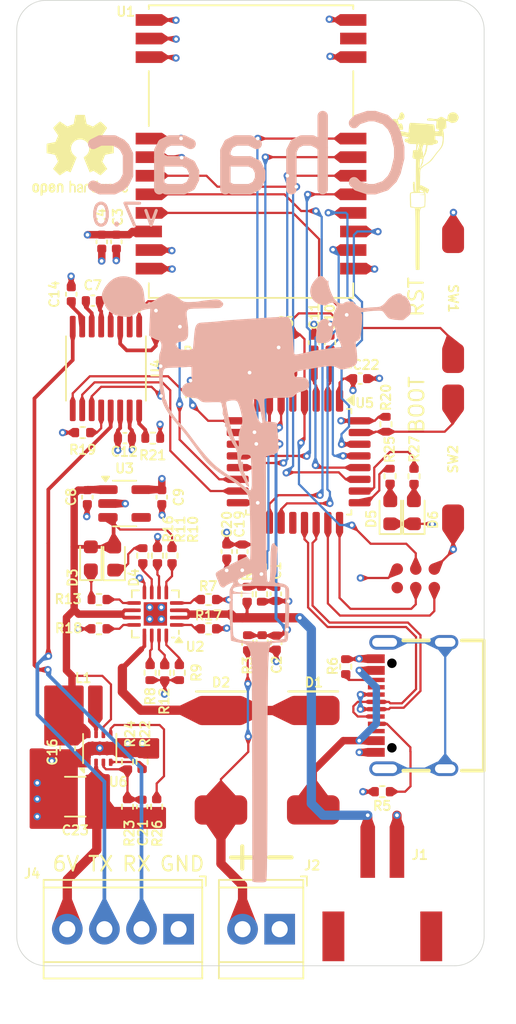
<source format=kicad_pcb>
(kicad_pcb (version 20221018) (generator pcbnew)
  (title_block (title "Chaac") (date "2024-07-07") (rev "7.0") (company "Quesadillon LLC"))
  (layers (0 "F.Cu" signal) (1 "In1.Cu" signal) (2 "In2.Cu" signal) (31 "B.Cu" signal) (34 "B.Paste" user) (35 "F.Paste" user) (36 "B.SilkS" user "B.Silkscreen") (37 "F.SilkS" user "F.Silkscreen") (38 "B.Mask" user) (39 "F.Mask" user) (44 "Edge.Cuts" user))
  (net 0 "")
  (net 1 "/BATT")
  (net 2 "GND")
  (net 3 "/SOLAR")
  (net 4 "/NRST")
  (net 5 "Net-(U4-C1+)")
  (net 6 "Net-(U4-C1-)")
  (net 7 "Net-(U4-C2+)")
  (net 8 "Net-(U4-C2-)")
  (net 9 "/VIN")
  (net 10 "+3.3V")
  (net 11 "Net-(U5-PC14)")
  (net 12 "Net-(U5-PC15)")
  (net 13 "Net-(U4-V+)")
  (net 14 "Net-(U4-V-)")
  (net 15 "+6V")
  (net 16 "Net-(U6-FB)")
  (net 17 "Net-(D1-K)")
  (net 18 "VBUS")
  (net 19 "/SOLAR_IN")
  (net 20 "Net-(D3-K)")
  (net 21 "Net-(D4-K)")
  (net 22 "Net-(D5-A)")
  (net 23 "Net-(D6-A)")
  (net 24 "/VBATT")
  (net 25 "/SWDIO")
  (net 26 "/SWCLK")
  (net 27 "/RS232_RX")
  (net 28 "/RS232_TX")
  (net 29 "Net-(U6-SW)")
  (net 30 "Net-(U2-~{CE})")
  (net 31 "/BQ_TMR")
  (net 32 "/BQ_ISET")
  (net 33 "/BQ_EN2")
  (net 34 "/BQ_EN1")
  (net 35 "/BQ_ITERM")
  (net 36 "/NCHG")
  (net 37 "/LPUART_TX")
  (net 38 "Net-(U4-DIN)")
  (net 39 "Net-(U4-ROUT)")
  (net 40 "/LPUART_RX")
  (net 41 "/NPGOOD")
  (net 42 "/THERM")
  (net 43 "/BQ_ILIM")
  (net 44 "Net-(U4-FORCEON)")
  (net 45 "/BOOT")
  (net 46 "Net-(U4-~{FORCEOFF})")
  (net 47 "Net-(U6-ILIM)")
  (net 48 "/LED2")
  (net 49 "Net-(U6-PG)")
  (net 50 "/LED1")
  (net 51 "/RADIO_RXEN")
  (net 52 "/RADIO_TXEN")
  (net 53 "/RADIO_DIO2")
  (net 54 "/RADIO_DIO1")
  (net 55 "/RADIO_BUSY")
  (net 56 "/RADIO_NRST")
  (net 57 "/MISO")
  (net 58 "/MOSI")
  (net 59 "/SCK")
  (net 60 "/RADIO_CS")
  (net 63 "/RS232_EN")
  (net 64 "/NINVALID")
  (net 65 "/USB_DP")
  (net 68 "/USB_DN")
  (net 69 "Net-(J5-CC1)")
  (net 71 "Net-(J5-CC2)")
  (net 73 "unconnected-(J5-SHIELD-PadS1)")
  (footprint "Package_SON:WSON-8-1EP_2x2mm_P0.5mm_EP0.9x1.6mm" (layer "F.Cu") (at 86.68 121.14 90)
    (fp_text reference "U6")
    (fp_text value "TPS61252DSG")
  )
  (footprint "Resistor_SMD:R_0402_1005Metric" (layer "F.Cu") (at 106.56 102.5275 90)
    (fp_text reference "R25")
    (fp_text value "10k")
  )
  (footprint "Capacitor_SMD:C_0402_1005Metric" (layer "F.Cu") (at 86.82 86.5 -90)
    (fp_text reference "C4")
    (fp_text value "0.1uF")
  )
  (footprint "Capacitor_SMD:C_0402_1005Metric" (layer "F.Cu") (at 96.44 107.68 -90)
    (fp_text reference "C19")
    (fp_text value "4.7uF")
  )
  (footprint "LED_SMD:LED_0603_1608Metric" (layer "F.Cu") (at 108.19 104.9975 90)
    (fp_text reference "D6")
    (fp_text value "LED")
  )
  (footprint "Resistor_SMD:R_0402_1005Metric" (layer "F.Cu") (at 94.13 112.9619)
    (fp_text reference "R17")
    (fp_text value "10k")
  )
  (footprint "Resistor_SMD:R_0402_1005Metric" (layer "F.Cu") (at 89.58 122.05 90)
    (fp_text reference "R22")
    (fp_text value "6.65k")
  )
  (footprint "Capacitor_SMD:C_0402_1005Metric" (layer "F.Cu") (at 90.52 92.47 90)
    (fp_text reference "C13")
    (fp_text value "0.1uF")
  )
  (footprint "Resistor_SMD:R_0402_1005Metric" (layer "F.Cu") (at 96.77 110.6 90)
    (fp_text reference "R1")
    (fp_text value "1M")
  )
  (footprint "alvarop:TC2030-NL" (layer "F.Cu") (at 108.32 109.515 180)
    (fp_text reference "J3" hide)
    (fp_text value "TC2030-CTX")
  )
  (footprint "Capacitor_SMD:C_0402_1005Metric" (layer "F.Cu") (at 102.45 93.4 -90)
    (fp_text reference "C10")
    (fp_text value "12pf")
  )
  (footprint "Resistor_SMD:R_0402_1005Metric" (layer "F.Cu") (at 106.03 124.1 180)
    (fp_text reference "R5")
    (fp_text value "5.1k")
  )
  (footprint "Resistor_SMD:R_0402_1005Metric" (layer "F.Cu") (at 94.2 94.97 180)
    (fp_text reference "R14")
    (fp_text value "0")
  )
  (footprint "Resistor_SMD:R_0402_1005Metric" (layer "F.Cu") (at 85.51 99.55 180)
    (fp_text reference "R19")
    (fp_text value "0")
  )
  (footprint "Capacitor_SMD:C_0402_1005Metric" (layer "F.Cu") (at 104.51 95.86)
    (fp_text reference "C22")
    (fp_text value "0.1uF")
  )
  (footprint "alvarop:PTS636_G" (layer "F.Cu") (at 110.875 101.365 90)
    (fp_text reference "SW2")
    (fp_text value "SW_Push")
  )
  (footprint "MountingHole:MountingHole_3.2mm_M3" (layer "F.Cu") (at 109 74)
    (fp_text reference "H2" hide)
    (fp_text value "MountingHole")
  )
  (footprint "Resistor_SMD:R_0402_1005Metric" (layer "F.Cu") (at 88.58 122.06 90)
    (fp_text reference "R24")
    (fp_text value "180k")
  )
  (footprint "Resistor_SMD:R_0402_1005Metric" (layer "F.Cu") (at 97.76 110.6 -90)
    (fp_text reference "R2")
    (fp_text value "1M")
  )
  (footprint "Capacitor_SMD:C_0402_1005Metric" (layer "F.Cu") (at 98.77 113.91 -90)
    (fp_text reference "C2")
    (fp_text value "0.1uF")
  )
  (footprint "Resistor_SMD:R_0402_1005Metric" (layer "F.Cu") (at 91.13 115.9719 -90)
    (fp_text reference "R12")
    (fp_text value "10k")
  )
  (footprint "Resistor_SMD:R_0402_1005Metric" (layer "F.Cu") (at 90.13 115.9619 -90)
    (fp_text reference "R8")
    (fp_text value "0")
  )
  (footprint "Capacitor_SMD:C_0402_1005Metric" (layer "F.Cu") (at 99.9 94.97 90)
    (fp_text reference "C18")
    (fp_text value "0.01uF")
  )
  (footprint "alvarop:S2B-PH-SM4-TB" (layer "F.Cu") (at 106.03 128.24 180)
    (fp_text reference "J1")
    (fp_text value "Battery")
  )
  (footprint "Resistor_SMD:R_0402_1005Metric" (layer "F.Cu") (at 90.63 107.9619 90)
    (fp_text reference "R11")
    (fp_text value "0")
  )
  (footprint "Resistor_SMD:R_0402_1005Metric" (layer "F.Cu") (at 96.81 113.91 90)
    (fp_text reference "R3")
    (fp_text value "1M")
  )
  (footprint "Capacitor_SMD:C_0402_1005Metric" (layer "F.Cu") (at 98.74 110.58 -90)
    (fp_text reference "C1")
    (fp_text value "0.1uF")
  )
  (footprint "Resistor_SMD:R_0402_1005Metric" (layer "F.Cu") (at 108.2 102.54 90)
    (fp_text reference "R27")
    (fp_text value "10k")
  )
  (footprint "Package_SO:TSSOP-16_4.4x5mm_P0.65mm" (layer "F.Cu") (at 87.105 95.1675 -90)
    (fp_text reference "U4")
    (fp_text value "MAX3221")
  )
  (footprint "Capacitor_SMD:C_0402_1005Metric" (layer "F.Cu") (at 89.58 125.13 90)
    (fp_text reference "C21")
    (fp_text value "100pF")
  )
  (footprint "Resistor_SMD:R_0402_1005Metric" (layer "F.Cu") (at 86.63 110.9619)
    (fp_text reference "R13")
    (fp_text value "10k")
  )
  (footprint "Package_TO_SOT_SMD:SOT-23-5" (layer "F.Cu") (at 88.38 104.3994)
    (fp_text reference "U3")
    (fp_text value "TPS76333")
  )
  (footprint "Resistor_SMD:R_0402_1005Metric" (layer "F.Cu") (at 90.31 99.93 180)
    (fp_text reference "R21")
    (fp_text value "0")
  )
  (footprint "Capacitor_SMD:C_0402_1005Metric" (layer "F.Cu") (at 88.405 99.93)
    (fp_text reference "C12")
    (fp_text value "0.1uF")
  )
  (footprint "Package_QFP:LQFP-32_7x7mm_P0.8mm" (layer "F.Cu") (at 100.3 101.545 -90)
    (fp_text reference "U5")
    (fp_text value "STM32L412KBTx")
  )
  (footprint "Resistor_SMD:R_0402_1005Metric" (layer "F.Cu") (at 89.63 107.9619 -90)
    (fp_text reference "R16")
    (fp_text value "10k")
  )
  (footprint "Resistor_SMD:R_0402_1005Metric" (layer "F.Cu") (at 88.58 125.13 90)
    (fp_text reference "R23")
    (fp_text value "715k")
  )
  (footprint "Resistor_SMD:R_0402_1005Metric" (layer "F.Cu") (at 94.19 95.97 180)
    (fp_text reference "R15")
    (fp_text value "0")
  )
  (footprint "Capacitor_SMD:C_1210_3225Metric" (layer "F.Cu") (at 85.005 124.44 180)
    (fp_text reference "C23")
    (fp_text value "22uF")
  )
  (footprint "Resistor_SMD:R_0402_1005Metric" (layer "F.Cu") (at 90.58 125.13 90)
    (fp_text reference "R26")
    (fp_text value "866k")
  )
  (footprint "MountingHole:MountingHole_3.2mm_M3" (layer "F.Cu") (at 85 74)
    (fp_text reference "H1" hide)
    (fp_text value "MountingHole")
  )
  (footprint "Capacitor_SMD:C_0402_1005Metric" (layer "F.Cu") (at 85.83 103.9619 -90)
    (fp_text reference "C8")
    (fp_text value "4.7uF")
  )
  (footprint "Symbol:OSHW-Logo2_7.3x6mm_SilkScreen" (layer "F.Cu") (at 85.34 80.59)
    (fp_text reference "REF**" hide)
    (fp_text value "OSHW-Logo2_7.3x6mm_SilkScreen" hide)
  )
  (footprint "Resistor_SMD:R_0402_1005Metric" (layer "F.Cu") (at 94.13 110.9619)
    (fp_text reference "R7")
    (fp_text value "10k")
  )
  (footprint "Resistor_SMD:R_0402_1005Metric" (layer "F.Cu") (at 92.13 115.9619 -90)
    (fp_text reference "R9")
    (fp_text value "1k")
  )
  (footprint "Resistor_SMD:R_0402_1005Metric" (layer "F.Cu") (at 97.8 113.91 -90)
    (fp_text reference "R4")
    (fp_text value "1M")
  )
  (footprint "Resistor_SMD:R_0402_1005Metric" (layer "F.Cu") (at 103.525 115.55 90)
    (fp_text reference "R6")
    (fp_text value "5.1k")
  )
  (footprint "LED_SMD:LED_0603_1608Metric" (layer "F.Cu") (at 86.07 108.15 90)
    (fp_text reference "D3")
    (fp_text value "LED")
  )
  (footprint "Capacitor_SMD:C_0402_1005Metric" (layer "F.Cu") (at 88.105 90.53 180)
    (fp_text reference "C6")
    (fp_text value "0.1uF")
  )
  (footprint "Capacitor_SMD:C_0402_1005Metric" (layer "F.Cu") (at 95.38 107.68 -90)
    (fp_text reference "C20")
    (fp_text value "0.1uF")
  )
  (footprint "LED_SMD:LED_0603_1608Metric" (layer "F.Cu") (at 106.575 105 90)
    (fp_text reference "D5")
    (fp_text value "LED")
  )
  (footprint "Capacitor_SMD:C_0402_1005Metric" (layer "F.Cu") (at 84.73 90.09 90)
    (fp_text reference "C14")
    (fp_text value "0.1uF")
  )
  (footprint "LED_SMD:LED_0603_1608Metric" (layer "F.Cu") (at 87.67 108.1619 90)
    (fp_text reference "D4")
    (fp_text value "LED")
  )
  (footprint "Capacitor_SMD:C_0402_1005Metric" (layer "F.Cu") (at 86.21 90.53 180)
    (fp_text reference "C7")
    (fp_text value "0.1uF")
  )
  (footprint "Capacitor_SMD:C_0402_1005Metric" (layer "F.Cu") (at 98.93 94.97 90)
    (fp_text reference "C17")
    (fp_text value "0.1uF")
  )
  (footprint "alvarop:PTS636_G" (layer "F.Cu") (at 110.875 90.375 -90)
    (fp_text reference "SW1")
    (fp_text value "SW_Push")
  )
  (footprint "Capacitor_SMD:C_0402_1005Metric" (layer "F.Cu") (at 87.82 86.5 -90)
    (fp_text reference "C3")
    (fp_text value "1uF")
  )
  (footprint "alvarop:E22-X00M22S" (layer "F.Cu") (at 90.04 71.34 90)
    (fp_text reference "U1")
    (fp_text value "E22-X00M22S")
  )
  (footprint "easyeda:USB-C-SMD_TYPE-C16PIN" (layer "F.Cu") (at 107.975 118.21 90)
    (fp_text reference "J5" hide)
    (fp_text value "USB_C_Receptacle_USB2.0_16P")
  )
  (footprint "Package_DFN_QFN:VQFN-16-1EP_3x3mm_P0.5mm_EP1.6x1.6mm" (layer "F.Cu") (at 90.49 111.9494 180)
    (fp_text reference "U2")
    (fp_text value "BQ24074RGT")
  )
  (footprint "Capacitor_SMD:C_0402_1005Metric" (layer "F.Cu") (at 99.42 92.84 180)
    (fp_text reference "C5")
    (fp_text value "0.1uF")
  )
  (footprint "Capacitor_SMD:C_0402_1005Metric" (layer "F.Cu") (at 101.35 93.4 90)
    (fp_text reference "C11")
    (fp_text value "12pf")
  )
  (footprint "Resistor_SMD:R_0402_1005Metric" (layer "F.Cu") (at 91.63 107.9619 -90)
    (fp_text reference "R10")
    (fp_text value "0")
  )
  (footprint "Capacitor_SMD:C_0402_1005Metric" (layer "F.Cu") (at 90.93 103.9619 -90)
    (fp_text reference "C9")
    (fp_text value "1uF")
  )
  (footprint "Resistor_SMD:R_0402_1005Metric" (layer "F.Cu") (at 86.63 112.9619 180)
    (fp_text reference "R18")
    (fp_text value "1.5k")
  )
  (footprint "alvarop:SK520_DO-214AB" (layer "F.Cu") (at 101.3 121.9456)
    (fp_text reference "D1")
    (fp_text value "SK520CH")
  )
  (footprint "alvarop:weather_station_tiny" (layer "F.Cu") (at 108.52 82.99)
    (fp_text reference "G***" hide)
    (fp_text value "LOGO" hide)
  )
  (footprint "alvarop:TerminalBlock_TE_282834-2_1x02_P2.54mm_Horizontal" (layer "F.Cu") (at 99 133.5 180)
    (fp_text reference "J2")
    (fp_text value "Solar")
  )
  (footprint "alvarop:TerminalBlock_TE_282834-4_1x04_P2.54mm_Horizontal" (layer "F.Cu") (at 92.08 133.5 180)
    (fp_text reference "J4")
    (fp_text value "Conn_01x04")
  )
  (footprint "Resistor_SMD:R_0402_1005Metric" (layer "F.Cu") (at 106.28 98.98 90)
    (fp_text reference "R20")
    (fp_text value "10k")
  )
  (footprint "Capacitor_SMD:C_0402_1005Metric" (layer "F.Cu") (at 97.9 94.97 90)
    (fp_text reference "C15")
    (fp_text value "1uF")
  )
  (footprint "alvarop:L_0806" (layer "F.Cu") (at 85.58 118.14)
    (fp_text reference "L1")
    (fp_text value "1uH")
  )
  (footprint "Capacitor_SMD:C_0603_1608Metric" (layer "F.Cu") (at 84.48 121.14 -90)
    (fp_text reference "C16")
    (fp_text value "10uF")
  )
  (footprint "alvarop:ABS05" (layer "F.Cu") (at 101.9 95.36)
    (fp_text reference "Y1")
    (fp_text value "32.768kHz")
  )
  (footprint "alvarop:SK520_DO-214AB" (layer "F.Cu") (at 94.98 121.95)
    (fp_text reference "D2")
    (fp_text value "SK520CH")
  )
  (footprint "alvarop:weather_station" (layer "B.Cu") (at 97.34 109.38 180)
    (fp_text reference "G***" hide)
    (fp_text value "LOGO" hide)
  )
  (gr_line (start 111 70) (end 83 70) (stroke (width 0.05)) (layer "Edge.Cuts"))
  (gr_arc (start 81 72) (mid 81.585786 70.585786) (end 83 70) (stroke (width 0.05)) (layer "Edge.Cuts"))
  (gr_line (start 81 72) (end 81 134) (stroke (width 0.05)) (layer "Edge.Cuts"))
  (gr_arc (start 113 134) (mid 112.414214 135.414214) (end 111 136) (stroke (width 0.05)) (layer "Edge.Cuts"))
  (gr_arc (start 83 136) (mid 81.585786 135.414214) (end 81 134) (stroke (width 0.05)) (layer "Edge.Cuts"))
  (gr_arc (start 111 70) (mid 112.414214 70.585786) (end 113 72) (stroke (width 0.05)) (layer "Edge.Cuts"))
  (gr_line (start 113 134) (end 113 72) (stroke (width 0.05)) (layer "Edge.Cuts"))
  (gr_line (start 83 136) (end 111 136) (stroke (width 0.05)) (layer "Edge.Cuts"))
  (gr_text "v${REVISION}" (at 88.41 85.56) (layer "B.SilkS") (effects (font (size 1.5 1.5) (thickness 0.214286)) (justify bottom mirror)))
  (gr_text "Chaac" (at 96.71 83.56) (layer "B.SilkS") (effects (font (size 5 5) (thickness 0.714286)) (justify bottom mirror)))
  (gr_text "GND" (at 90.703652 129.62) (layer "F.SilkS") (effects (font (size 1 1) (thickness 0.142857)) (justify left bottom)))
  (gr_text "6V" (at 83.363652 129.62) (layer "F.SilkS") (effects (font (size 1 1) (thickness 0.142857)) (justify left bottom)))
  (gr_text "+" (at 95.01 129.62) (layer "F.SilkS") (effects (font (size 2 2) (thickness 0.285714)) (justify left bottom)))
  (gr_text "BOOT" (at 108.97 99.66 90) (layer "F.SilkS") (effects (font (size 1 1) (thickness 0.142857)) (justify left bottom)))
  (gr_text "TX" (at 85.794445 129.62) (layer "F.SilkS") (effects (font (size 1 1) (thickness 0.142857)) (justify left bottom)))
  (gr_text "RST" (at 108.93 91.73 90) (layer "F.SilkS") (effects (font (size 1 1) (thickness 0.142857)) (justify left bottom)))
  (gr_text "-" (at 97.62 129.61) (layer "F.SilkS") (effects (font (size 2 2) (thickness 0.285714)) (justify left bottom)))
  (gr_text "RX" (at 88.13 129.62) (layer "F.SilkS") (effects (font (size 1 1) (thickness 0.142857)) (justify left bottom)))
  (segment (start 99.1 99.075) (end 99.1 97.37) (width 0.1524) (layer "F.Cu") (net 1))
  (segment (start 98.74 110.1) (end 96.78 110.1) (width 0.2032) (layer "F.Cu") (net 1))
  (segment (start 97.76 109.235) (end 97.75 109.225) (width 0.1524) (layer "F.Cu") (net 1))
  (segment (start 98.975 99.2) (end 99.1 99.075) (width 0.1524) (layer "F.Cu") (net 1))
  (segment (start 97.76 110.09) (end 97.76 109.235) (width 0.1524) (layer "F.Cu") (net 1))
  (segment (start 96.78 110.1) (end 96.77 110.09) (width 0.2032) (layer "F.Cu") (net 1))
  (via (at 98.975 99.2) (size 0.508) (drill 0.254) (layers "F.Cu" "B.Cu") (net 1))
  (via (at 97.75 109.225) (size 0.508) (drill 0.254) (layers "F.Cu" "B.Cu") (net 1))
  (segment (start 98.15 107.675) (end 98.2298 107.5952) (width 0.1524) (layer "B.Cu") (net 1))
  (segment (start 98.15 108.825) (end 98.15 107.675) (width 0.1524) (layer "B.Cu") (net 1))
  (segment (start 98.2298 107.5952) (end 98.2298 100.0452) (width 0.1524) (layer "B.Cu") (net 1))
  (segment (start 98.975 99.3) (end 98.975 99.2) (width 0.1524) (layer "B.Cu") (net 1))
  (segment (start 97.75 109.225) (end 98.15 108.825) (width 0.1524) (layer "B.Cu") (net 1))
  (segment (start 98.8 99.475) (end 98.975 99.3) (width 0.1524) (layer "B.Cu") (net 1))
  (segment (start 98.2298 100.0452) (end 98.8 99.475) (width 0.1524) (layer "B.Cu") (net 1))
  (segment (start 98.74 111.06) (end 99.6 111.06) (width 0.2032) (layer "F.Cu") (net 2))
  (segment (start 95.3381 112.9619) (end 95.38 112.92) (width 0.1524) (layer "F.Cu") (net 2))
  (segment (start 90.93 105.18) (end 90.95 105.2) (width 0.254) (layer "F.Cu") (net 2))
  (segment (start 87.925 99.93) (end 87.925 100.755) (width 0.254) (layer "F.Cu") (net 2))
  (segment (start 99.9 94.49) (end 97.9 94.49) (width 0.2032) (layer "F.Cu") (net 2))
  (segment (start 87.925 99.93) (end 87.925 99.395) (width 0.254) (layer "F.Cu") (net 2))
  (segment (start 104.04 71.34) (end 102.45 71.34) (width 0.254) (layer "F.Cu") (net 2))
  (segment (start 105.615 121.41) (end 104.45 121.41) (width 0.508) (layer "F.Cu") (net 2))
  (segment (start 90.04 71.34) (end 91.88 71.34) (width 0.254) (layer "F.Cu") (net 2))
  (segment (start 91.88 71.34) (end 91.9 71.36) (width 0.254) (layer "F.Cu") (net 2))
  (segment (start 97.81 111.06) (end 97.76 111.11) (width 0.2032) (layer "F.Cu") (net 2))
  (segment (start 95.5119 110.9619) (end 95.53 110.98) (width 0.1524) (layer "F.Cu") (net 2))
  (segment (start 109.4375 105.7875) (end 109.45 105.8) (width 0.1524) (layer "F.Cu") (net 2))
  (segment (start 86.12 112.9619) (end 85.2281 112.9619) (width 0.1524) (layer "F.Cu") (net 2))
  (segment (start 91.58 87.07) (end 91.62 87.11) (width 0.254) (layer "F.Cu") (net 2))
  (segment (start 105.52 124.1) (end 104.7 124.1) (width 0.1524) (layer "F.Cu") (net 2))
  (segment (start 110.875 86.275) (end 110.875 84.525) (width 0.1524) (layer "F.Cu") (net 2))
  (segment (start 106.5775 105.785) (end 106.575 105.7875) (width 0.1524) (layer "F.Cu") (net 2))
  (segment (start 103.205 98.745) (end 103.2 98.74) (width 0.1524) (layer "F.Cu") (net 2))
  (segment (start 90.82 98.99) (end 90.81 98.98) (width 0.1524) (layer "F.Cu") (net 2))
  (segment (start 96.44 108.16) (end 96.44 108.96) (width 0.1524) (layer "F.Cu") (net 2))
  (segment (start 104.475 98.745) (end 103.205 98.745) (width 0.1524) (layer "F.Cu") (net 2))
  (segment (start 104.99 95.86) (end 105.81 95.86) (width 0.1524) (layer "F.Cu") (net 2))
  (segment (start 98.74 111.06) (end 97.81 111.06) (width 0.2032) (layer "F.Cu") (net 2))
  (segment (start 90.93 104.4419) (end 90.93 105.18) (width 0.254) (layer "F.Cu") (net 2))
  (segment (start 98.77 114.39) (end 98.77 115.195) (width 0.1524) (layer "F.Cu") (net 2))
  (segment (start 95.38 108.96) (end 95.37 108.97) (width 0.1524) (layer "F.Cu") (net 2))
  (segment (start 86.82 87.81) (end 86.81 87.82) (width 0.508) (layer "F.Cu") (net 2))
  (segment (start 91.87 72.61) (end 91.91 72.65) (width 0.254) (layer "F.Cu") (net 2))
  (segment (start 98.94 92.84) (end 98.94 93.72) (width 0.1524) (layer "F.Cu") (net 2))
  (segment (start 85.2281 112.9619) (end 85.2 112.99) (width 0.1524) (layer "F.Cu") (net 2))
  (segment (start 98.74 114.42) (end 98.77 114.39) (width 0.1524) (layer "F.Cu") (net 2))
  (segment (start 101.35 92.92) (end 101.35 92.15) (width 0.1524) (layer "F.Cu") (net 2))
  (segment (start 90.63 107.4519) (end 90.63 106.68) (width 0.1524) (layer "F.Cu") (net 2))
  (segment (start 107.03 128.24) (end 107.03 125.71) (width 0.635) (layer "F.Cu") (net 2))
  (segment (start 104.41 115.04) (end 104.44 115.01) (width 0.1524) (layer "F.Cu") (net 2))
  (segment (start 108.19 105.785) (end 106.5775 105.785) (width 0.1524) (layer "F.Cu") (net 2))
  (segment (start 92.24 79.45) (end 92.25 79.44) (width 0.254) (layer "F.Cu") (net 2))
  (segment (start 90.52 91.99) (end 90.52 91.22) (width 0.1524) (layer "F.Cu") (net 2))
  (segment (start 103.525 115.04) (end 104.41 115.04) (width 0.1524) (layer "F.Cu") (net 2))
  (segment (start 85.83 105.25) (end 85.79 105.29) (width 0.254) (layer "F.Cu") (net 2))
  (segment (start 87.82 86.98) (end 87.82 87.78) (width 0.508) (layer "F.Cu") (net 2))
  (segment (start 104.475 98.745) (end 105.505 98.745) (width 0.1524) (layer "F.Cu") (net 2))
  (segment (start 90.13 116.4719) (end 92.13 116.4719) (width 0.1524) (layer "F.Cu") (net 2))
  (segment (start 89.74 109.83) (end 89.4 109.49) (width 0.1524) (layer "F.Cu") (net 2))
  (segment (start 90.04 87.07) (end 91.58 87.07) (width 0.254) (layer "F.Cu") (net 2))
  (segment (start 88.08 99.24) (end 88.08 98.03) (width 0.254) (layer "F.Cu") (net 2))
  (segment (start 105.505 98.745) (end 105.78 98.47) (width 0.1524) (layer "F.Cu") (net 2))
  (segment (start 91.61 88.34) (end 91.64 88.37) (width 0.254) (layer "F.Cu") (net 2))
  (segment (start 96.125 104.345) (end 97.495 104.345) (width 0.1524) (layer "F.Cu") (net 2))
  (segment (start 91.13 117.42) (end 91.12 117.43) (width 0.1524) (layer "F.Cu") (net 2))
  (segment (start 90.04 88.34) (end 91.61 88.34) (width 0.254) (layer "F.Cu") (net 2))
  (segment (start 106.44 109.49) (end 104.53 109.49) (width 0.1524) (layer "F.Cu") (net 2))
  (segment (start 90.52 91.22) (end 90.53 91.21) (width 0.1524) (layer "F.Cu") (net 2))
  (segment (start 104.04 73.88) (end 102.5 73.88) (width 0.254) (layer "F.Cu") (net 2))
  (segment (start 104.04 88.34) (end 105.47 88.34) (width 0.254) (layer "F.Cu") (net 2))
  (segment (start 102.45 92.92) (end 102.45 92.15) (width 0.1524) (layer "F.Cu") (net 2))
  (segment (start 97.495 104.345) (end 97.5 104.35) (width 0.1524) (layer "F.Cu") (net 2))
  (segment (start 98.93 94.49) (end 98.93 93.73) (width 0.2032) (layer "F.Cu") (net 2))
  (segment (start 95.38 108.16) (end 95.38 108.96) (width 0.1524) (layer "F.Cu") (net 2))
  (segment (start 90.82 99.93) (end 90.82 98.99) (width 0.1524) (layer "F.Cu") (net 2))
  (segment (start 84.73 88.87) (end 84.72 88.86) (width 0.254) (layer "F.Cu") (net 2))
  (segment (start 102.45 71.34) (end 102.4 71.29) (width 0.254) (layer "F.Cu") (net 2))
  (segment (start 105.81 95.86) (end 105.83 95.84) (width 0.1524) (layer "F.Cu") (net 2))
  (segment (start 107.05 108.88) (end 106.44 109.49) (width 0.1524) (layer "F.Cu") (net 2))
  (segment (start 90.04 80.72) (end 92.26 80.72) (width 0.254) (layer "F.Cu") (net 2))
  (segment (start 86.82 86.98) (end 86.82 87.81) (width 0.508) (layer "F.Cu") (net 2))
  (segment (start 91.84 73.88) (end 91.9 73.94) (width 0.254) (layer "F.Cu") (net 2))
  (segment (start 92.26 80.72) (end 92.29 80.75) (width 0.254) (layer "F.Cu") (net 2))
  (segment (start 90.04 73.88) (end 91.84 73.88) (width 0.254) (layer "F.Cu") (net 2))
  (segment (start 94.64 110.9619) (end 95.5119 110.9619) (width 0.1524) (layer "F.Cu") (net 2))
  (segment (start 88.43 104.41) (end 88.4194 104.3994) (width 0.508) (layer "F.Cu") (net 2))
  (segment (start 91.13 116.4819) (end 91.13 117.42) (width 0.1524) (layer "F.Cu") (net 2))
  (segment (start 85.83 104.4419) (end 85.83 105.25) (width 0.254) (layer "F.Cu") (net 2))
  (segment (start 90.04 79.45) (end 92.24 79.45) (width 0.254) (layer "F.Cu") (net 2))
  (segment (start 87.82 87.78) (end 87.81 87.79) (width 0.508) (layer "F.Cu") (net 2))
  (segment (start 84.73 89.61) (end 84.73 88.87) (width 0.254) (layer "F.Cu") (net 2))
  (segment (start 97.8 114.42) (end 98.74 114.42) (width 0.1524) (layer "F.Cu") (net 2))
  (segment (start 105.615 115.01) (end 104.44 115.01) (width 0.508) (layer "F.Cu") (net 2))
  (segment (start 110.875 84.525) (end 110.9 84.5) (width 0.1524) (layer "F.Cu") (net 2))
  (segment (start 106.575 105.7875) (end 109.4375 105.7875) (width 0.1524) (layer "F.Cu") (net 2))
  (segment (start 89.74 110.5119) (end 89.74 109.83) (width 0.1524) (layer "F.Cu") (net 2))
  (segment (start 87.925 100.755) (end 87.92 100.76) (width 0.254) (layer "F.Cu") (net 2))
  (segment (start 98.77 115.195) (end 98.775 115.2) (width 0.1524) (layer "F.Cu") (net 2))
  (segment (start 87.925 99.395) (end 88.08 99.24) (width 0.254) (layer "F.Cu") (net 2))
  (segment (start 88.4194 104.3994) (end 87.2425 104.3994) (width 0.508) (layer "F.Cu") (net 2))
  (segment (start 98.94 93.72) (end 98.93 93.73) (width 0.1524) (layer "F.Cu") (net 2))
  (segment (start 94.64 112.9619) (end 95.3381 112.9619) (width 0.1524) (layer "F.Cu") (net 2))
  (segment (start 99.6 111.06) (end 99.62 111.08) (width 0.2032) (layer "F.Cu") (net 2))
  (segment (start 102.5 73.88) (end 102.45 73.83) (width 0.254) (layer "F.Cu") (net 2))
  (segment (start 105.78 98.47) (end 106.28 98.47) (width 0.1524) (layer "F.Cu") (net 2))
  (segment (start 90.04 72.61) (end 91.87 72.61) (width 0.254) (layer "F.Cu") (net 2))
  (segment (start 105.47 88.34) (end 105.5 88.37) (width 0.254) (layer "F.Cu") (net 2))
  (segment (start 90.63 106.68) (end 90.65 106.66) (width 0.1524) (layer "F.Cu") (net 2))
  (via (at 82.4 123.5) (size 0.508) (drill 0.254) (layers "F.Cu" "B.Cu") (net 2))
  (via (at 107.03 125.71) (size 0.508) (drill 0.254) (layers "F.Cu" "B.Cu") (net 2))
  (via (at 98.93 93.73) (size 0.508) (drill 0.254) (layers "F.Cu" "B.Cu") (net 2))
  (via (at 102.4 71.29) (size 0.508) (drill 0.254) (layers "F.Cu" "B.Cu") (net 2))
  (via (at 86.68 121.12) (size 0.508) (drill 0.254) (layers "F.Cu" "B.Cu") (net 2))
  (via (at 87.92 100.76) (size 0.508) (drill 0.254) (layers "F.Cu" "B.Cu") (net 2))
  (via (at 88.6 120.8) (size 0.508) (drill 0.254) (layers "F.Cu" "B.Cu") (net 2))
  (via (at 97.5 104.35) (size 0.508) (drill 0.254) (layers "F.Cu" "B.Cu") (net 2))
  (via (at 102.45 73.83) (size 0.508) (drill 0.254) (layers "F.Cu" "B.Cu") (net 2))
  (via (at 102.45 92.15) (size 0.508) (drill 0.254) (layers "F.Cu" "B.Cu") (net 2))
  (via (at 91.91 72.65) (size 0.508) (drill 0.254) (layers "F.Cu" "B.Cu") (net 2))
  (via (at 99.62 111.08) (size 0.508) (drill 0.254) (layers "F.Cu" "B.Cu") (net 2))
  (via (at 84.72 88.86) (size 0.508) (drill 0.254) (layers "F.Cu" "B.Cu") (net 2))
  (via (at 89.6 120.8) (size 0.508) (drill 0.254) (layers "F.Cu" "B.Cu") (net 2))
  (via (at 110.9 84.5) (size 0.508) (drill 0.254) (layers "F.Cu" "B.Cu") (net 2))
  (via (at 95.37 108.97) (size 0.508) (drill 0.254) (layers "F.Cu" "B.Cu") (net 2))
  (via (at 109.45 105.8) (size 0.508) (drill 0.254) (layers "F.Cu" "B.Cu") (net 2))
  (via (at 104.7 124.1) (size 0.508) (drill 0.254) (layers "F.Cu" "B.Cu") (net 2))
  (via (at 96.44 108.96) (size 0.508) (drill 0.254) (layers "F.Cu" "B.Cu") (net 2))
  (via (at 90.65 106.66) (size 0.508) (drill 0.254) (layers "F.Cu" "B.Cu") (net 2))
  (via (at 95.53 110.98) (size 0.508) (drill 0.254) (layers "F.Cu" "B.Cu") (net 2))
  (via (at 92.25 79.44) (size 0.508) (drill 0.254) (layers "F.Cu" "B.Cu") (net 2))
  (via (at 91.9 71.36) (size 0.508) (drill 0.254) (layers "F.Cu" "B.Cu") (net 2))
  (via (at 104.45 121.41) (size 0.508) (drill 0.254) (layers "F.Cu" "B.Cu") (net 2))
  (via (at 90.81 98.98) (size 0.508) (drill 0.254) (layers "F.Cu" "B.Cu") (net 2))
  (via (at 90.1 112.3) (size 0.508) (drill 0.254) (layers "F.Cu" "B.Cu") (net 2))
  (via (at 87.81 87.79) (size 0.508) (drill 0.254) (layers "F.Cu" "B.Cu") (net 2))
  (via (at 82.4 124.6) (size 0.508) (drill 0.254) (layers "F.Cu" "B.Cu") (net 2))
  (via (at 103.2 98.74) (size 0.508) (drill 0.254) (layers "F.Cu" "B.Cu") (net 2))
  (via (at 88.43 104.41) (size 0.508) (drill 0.254) (layers "F.Cu" "B.Cu") (net 2))
  (via (at 104.44 115.01) (size 0.508) (drill 0.254) (layers "F.Cu" "B.Cu") (net 2))
  (via (at 105.5 88.37) (size 0.508) (drill 0.254) (layers "F.Cu" "B.Cu") (net 2))
  (via (at 90.53 91.21) (size 0.508) (drill 0.254) (layers "F.Cu" "B.Cu") (net 2))
  (via (at 90.95 105.2) (size 0.508) (drill 0.254) (layers "F.Cu" "B.Cu") (net 2))
  (via (at 89.4 109.49) (size 0.508) (drill 0.254) (layers "F.Cu" "B.Cu") (net 2))
  (via (at 91.9 73.94) (size 0.508) (drill 0.254) (layers "F.Cu" "B.Cu") (net 2))
  (via (at 90.1 111.5) (size 0.508) (drill 0.254) (layers "F.Cu" "B.Cu") (net 2))
  (via (at 85.79 105.29) (size 0.508) (drill 0.254) (layers "F.Cu" "B.Cu") (net 2))
  (via (at 91.62 87.11) (size 0.508) (drill 0.254) (layers "F.Cu" "B.Cu") (net 2))
  (via (at 90.9 111.5) (size 0.508) (drill 0.254) (layers "F.Cu" "B.Cu") (net 2))
  (via (at 82.4 125.8) (size 0.508) (drill 0.254) (layers "F.Cu" "B.Cu") (net 2))
  (via (at 92.29 80.75) (size 0.508) (drill 0.254) (layers "F.Cu" "B.Cu") (net 2))
  (via (at 104.53 109.49) (size 0.508) (drill 0.254) (layers "F.Cu" "B.Cu") (net 2))
  (via (at 90.9 112.3) (size 0.508) (drill 0.254) (layers "F.Cu" "B.Cu") (net 2))
  (via (at 101.35 92.15) (size 0.508) (drill 0.254) (layers "F.Cu" "B.Cu") (net 2))
  (via (at 85.2 112.99) (size 0.508) (drill 0.254) (layers "F.Cu" "B.Cu") (net 2))
  (via (at 91.12 117.43) (size 0.508) (drill 0.254) (layers "F.Cu" "B.Cu") (net 2))
  (via (at 83.4 122) (size 0.508) (drill 0.254) (layers "F.Cu" "B.Cu") (net 2))
  (via (at 95.38 112.92) (size 0.508) (drill 0.254) (layers "F.Cu" "B.Cu") (net 2))
  (via (at 86.81 87.82) (size 0.508) (drill 0.254) (layers "F.Cu" "B.Cu") (net 2))
  (via (at 98.775 115.2) (size 0.508) (drill 0.254) (layers "F.Cu" "B.Cu") (net 2))
  (via (at 105.83 95.84) (size 0.508) (drill 0.254) (layers "F.Cu" "B.Cu") (net 2))
  (via (at 91.64 88.37) (size 0.508) (drill 0.254) (layers "F.Cu" "B.Cu") (net 2))
  (segment (start 98.77 113.43) (end 99.12 113.43) (width 0.2032) (layer "F.Cu") (net 3))
  (segment (start 96.84 113.43) (end 96.81 113.4) (width 0.2032) (layer "F.Cu") (net 3))
  (segment (start 98.3 99.625) (end 98.3 97.37) (width 0.2032) (layer "F.Cu") (net 3))
  (segment (start 99.12 113.43) (end 99.525 113.025) (width 0.2032) (layer "F.Cu") (net 3))
  (segment (start 98.77 113.43) (end 96.84 113.43) (width 0.2032) (layer "F.Cu") (net 3))
  (segment (start 99 100.325) (end 98.3 99.625) (width 0.2032) (layer "F.Cu") (net 3))
  (via (at 99.525 113.025) (size 0.508) (drill 0.254) (layers "F.Cu" "B.Cu") (net 3))
  (via (at 99 100.325) (size 0.508) (drill 0.254) (layers "F.Cu" "B.Cu") (net 3))
  (segment (start 99.525 113.025) (end 98.75 112.25) (width 0.2032) (layer "B.Cu") (net 3))
  (segment (start 98.75 112.25) (end 98.75 101.375) (width 0.2032) (layer "B.Cu") (net 3))
  (segment (start 98.75 101.375) (end 98.75 100.575) (width 0.2032) (layer "B.Cu") (net 3))
  (segment (start 98.75 100.575) (end 99 100.325) (width 0.2032) (layer "B.Cu") (net 3))
  (segment (start 100.3 91.4) (end 102.5 91.4) (width 0.1524) (layer "F.Cu") (net 4))
  (segment (start 108.32 107.8) (end 108.32 108.88) (width 0.1524) (layer "F.Cu") (net 4))
  (segment (start 102.5 91.4) (end 103.5 92.4) (width 0.1524) (layer "F.Cu") (net 4))
  (segment (start 103.96 105.88) (end 105.23 107.15) (width 0.1524) (layer "F.Cu") (net 4))
  (segment (start 99.9 92.84) (end 99.9 91.8) (width 0.1524) (layer "F.Cu") (net 4))
  (segment (start 100.7 97.37) (end 100.7 93.16) (width 0.1524) (layer "F.Cu") (net 4))
  (segment (start 103.94 105.88) (end 103.96 105.88) (width 0.1524) (layer "F.Cu") (net 4))
  (segment (start 103.5 92.4) (end 110 92.4) (width 0.1524) (layer "F.Cu") (net 4))
  (segment (start 100.7 93.16) (end 100.38 92.84) (width 0.1524) (layer "F.Cu") (net 4))
  (segment (start 110.875 93.275) (end 110.875 94.475) (width 0.1524) (layer "F.Cu") (net 4))
  (segment (start 105.23 107.15) (end 107.67 107.15) (width 0.1524) (layer "F.Cu") (net 4))
  (segment (start 99.9 91.8) (end 100.3 91.4) (width 0.1524) (layer "F.Cu") (net 4))
  (segment (start 100.38 92.84) (end 99.9 92.84) (width 0.1524) (layer "F.Cu") (net 4))
  (segment (start 100.7 97.37) (end 100.7 100.01) (width 0.1524) (layer "F.Cu") (net 4))
  (segment (start 110 92.4) (end 110.875 93.275) (width 0.1524) (layer "F.Cu") (net 4))
  (segment (start 100.7 100.01) (end 100.46 100.25) (width 0.1524) (layer "F.Cu") (net 4))
  (segment (start 107.67 107.15) (end 108.32 107.8) (width 0.1524) (layer "F.Cu") (net 4))
  (via (at 100.46 100.25) (size 0.508) (drill 0.254) (layers "F.Cu" "B.Cu") (net 4))
  (via (at 103.94 105.88) (size 0.508) (drill 0.254) (layers "F.Cu" "B.Cu") (net 4))
  (segment (start 100.32 103.0725) (end 103.1175 105.87) (width 0.1524) (layer "B.Cu") (net 4))
  (segment (start 100.32 100.39) (end 100.32 103.0725) (width 0.1524) (layer "B.Cu") (net 4))
  (segment (start 100.46 100.25) (end 100.32 100.39) (width 0.1524) (layer "B.Cu") (net 4))
  (segment (start 103.1175 105.87) (end 103.93 105.87) (width 0.1524) (layer "B.Cu") (net 4))
  (segment (start 103.93 105.87) (end 103.94 105.88) (width 0.1524) (layer "B.Cu") (net 4))
  (segment (start 88.585 91.215) (end 88.585 90.53) (width 0.254) (layer "F.Cu") (net 5))
  (segment (start 88.73 92.305) (end 88.73 91.36) (width 0.254) (layer "F.Cu") (net 5))
  (segment (start 88.73 91.36) (end 88.585 91.215) (width 0.254) (layer "F.Cu") (net 5))
  (segment (start 87.43 92.305) (end 87.43 91.38) (width 0.254) (layer "F.Cu") (net 6))
  (segment (start 87.625 91.185) (end 87.625 90.53) (width 0.254) (layer "F.Cu") (net 6))
  (segment (start 87.43 91.38) (end 87.625 91.185) (width 0.254) (layer "F.Cu") (net 6))
  (segment (start 86.78 91.26) (end 86.69 91.17) (width 0.254) (layer "F.Cu") (net 7))
  (segment (start 86.78 92.305) (end 86.78 91.26) (width 0.254) (layer "F.Cu") (net 7))
  (segment (start 86.69 91.17) (end 86.69 90.53) (width 0.254) (layer "F.Cu") (net 7))
  (segment (start 86.13 91.38) (end 85.73 90.98) (width 0.254) (layer "F.Cu") (net 8))
  (segment (start 85.73 90.98) (end 85.73 90.53) (width 0.254) (layer "F.Cu") (net 8))
  (segment (start 86.13 92.305) (end 86.13 91.38) (width 0.254) (layer "F.Cu") (net 8))
  (segment (start 84.78 116.18) (end 84.78 118.14) (width 0.508) (layer "F.Cu") (net 9))
  (segment (start 85.8625 103.4494) (end 85.83 103.4819) (width 0.508) (layer "F.Cu") (net 9))
  (segment (start 87.45 119.15) (end 87.45 116.77) (width 0.1524) (layer "F.Cu") (net 9))
  (segment (start 91.63 106.57) (end 91.2374 106.1774) (width 0.1524) (layer "F.Cu") (net 9))
  (segment (start 85.21 103.4819) (end 84.93 103.7619) (width 0.508) (layer "F.Cu") (net 9))
  (segment (start 87.63 105.7369) (end 87.63 107.3344) (width 0.254) (layer "F.Cu") (net 9))
  (segment (start 86.86 116.18) (end 84.78 116.18) (width 0.1524) (layer "F.Cu") (net 9))
  (segment (start 88.3675 112.1994) (end 88.13 111.9619) (width 0.254) (layer "F.Cu") (net 9))
  (segment (start 89.0525 112.1994) (end 88.3675 112.1994) (width 0.254) (layer "F.Cu") (net 9))
  (segment (start 89.0525 111.6994) (end 88.3925 111.6994) (width 0.254) (layer "F.Cu") (net 9))
  (segment (start 87.67 107.3744) (end 87.6581 107.3625) (width 0.254) (layer "F.Cu") (net 9))
  (segment (start 84.4 112.1919) (end 84.4 115.8) (width 0.508) (layer "F.Cu") (net 9))
  (segment (start 87.63 107.3344) (end 87.67 107.3744) (width 0.254) (layer "F.Cu") (net 9))
  (segment (start 84.93 111.6619) (end 84.4 112.1919) (width 0.508) (layer "F.Cu") (net 9))
  (segment (start 91.63 107.4519) (end 91.63 106.57) (width 0.1524) (layer "F.Cu") (net 9))
  (segment (start 87.2425 105.3494) (end 87.63 105.7369) (width 0.254) (layer "F.Cu") (net 9))
  (segment (start 84.93 107.36) (end 84.93 111.6619) (width 0.508) (layer "F.Cu") (net 9))
  (segment (start 84.4 115.8) (end 84.78 116.18) (width 0.508) (layer "F.Cu") (net 9))
  (segment (start 84.93 111.6619) (end 85.23 111.9619) (width 0.508) (layer "F.Cu") (net 9))
  (segment (start 86.93 120.19) (end 86.93 119.67) (width 0.1524) (layer "F.Cu") (net 9))
  (segment (start 85.83 103.4819) (end 85.21 103.4819) (width 0.508) (layer "F.Cu") (net 9))
  (segment (start 84.93 103.7619) (end 84.93 107.36) (width 0.508) (layer "F.Cu") (net 9))
  (segment (start 88.3925 111.6994) (end 88.13 111.9619) (width 0.254) (layer "F.Cu") (net 9))
  (segment (start 91.2374 106.1774) (end 88.0705 106.1774) (width 0.1524) (layer "F.Cu") (net 9))
  (segment (start 87.2425 103.4494) (end 85.8625 103.4494) (width 0.508) (layer "F.Cu") (net 9))
  (segment (start 87.6581 107.3625) (end 84.9325 107.3625) (width 0.254) (layer "F.Cu") (net 9))
  (segment (start 86.93 119.67) (end 87.45 119.15) (width 0.1524) (layer "F.Cu") (net 9))
  (segment (start 87.45 116.77) (end 86.86 116.18) (width 0.1524) (layer "F.Cu") (net 9))
  (segment (start 88.0705 106.1774) (end 87.63 105.7369) (width 0.1524) (layer "F.Cu") (net 9))
  (segment (start 88.13 111.9619) (end 85.23 111.9619) (width 0.508) (layer "F.Cu") (net 9))
  (segment (start 84.9325 107.3625) (end 84.93 107.36) (width 0.254) (layer "F.Cu") (net 9))
  (segment (start 87.82 86.02) (end 86.82 86.02) (width 0.508) (layer "F.Cu") (net 10))
  (segment (start 85 99.55) (end 84.14 99.55) (width 0.1524) (layer "F.Cu") (net 10))
  (segment (start 97.21 107.2) (end 96.44 107.2) (width 0.1524) (layer "F.Cu") (net 10))
  (segment (start 109.59 108.88) (end 110.89 107.58) (width 0.1524) (layer "F.Cu") (net 10))
  (segment (start 89.5175 103.4494) (end 90.8975 103.4494) (width 0.508) (layer "F.Cu") (net 10))
  (segment (start 88.885 100.705) (end 88.91 100.73) (width 0.254) (layer "F.Cu") (net 10))
  (segment (start 88.885 99.395) (end 88.885 99.93) (width 0.254) (layer "F.Cu") (net 10))
  (segment (start 88.73 98.03) (end 88.73 99.24) (width 0.254) (layer "F.Cu") (net 10))
  (segment (start 88.885 99.93) (end 88.885 100.705) (width 0.254) (layer "F.Cu") (net 10))
  (segment (start 95.38 107.2) (end 95.38 106.37) (width 0.1524) (layer "F.Cu") (net 10))
  (segment (start 88.73 99.24) (end 88.885 99.395) (width 0.254) (layer "F.Cu") (net 10))
  (segment (start 88.92 85.8) (end 88.7 86.02) (width 0.508) (layer "F.Cu") (net 10))
  (segment (start 99.9 95.45) (end 99.9 97.37) (width 0.2032) (layer "F.Cu") (net 10))
  (segment (start 95.38 107.2) (end 96.44 107.2) (width 0.1524) (layer "F.Cu") (net 10))
  (segment (start 88.7 86.02) (end 87.82 86.02) (width 0.508) (layer "F.Cu") (net 10))
  (segment (start 104.03 96.66) (end 104.02 96.67) (width 0.1524) (layer "F.Cu") (net 10))
  (segment (start 90.8975 103.4494) (end 90.93 103.4819) (width 0.508) (layer "F.Cu") (net 10))
  (segment (start 85.85 86.02) (end 85.84 86.03) (width 0.508) (layer "F.Cu") (net 10))
  (segment (start 90.04 85.8) (end 88.92 85.8) (width 0.508) (layer "F.Cu") (net 10))
  (segment (start 110.875 107.515) (end 110.89 107.53) (width 0.1524) (layer "F.Cu") (net 10))
  (segment (start 86.82 86.02) (end 85.85 86.02) (width 0.508) (layer "F.Cu") (net 10))
  (segment (start 110.89 107.58) (end 110.89 107.53) (width 0.1524) (layer "F.Cu") (net 10))
  (segment (start 97.9 95.45) (end 99.9 95.45) (width 0.2032) (layer "F.Cu") (net 10))
  (segment (start 104.03 95.86) (end 103.38 95.86) (width 0.1524) (layer "F.Cu") (net 10))
  (segment (start 104.03 95.86) (end 104.03 96.66) (width 0.1524) (layer "F.Cu") (net 10))
  (segment (start 97.5 105.72) (end 97.5 106.91) (width 0.1524) (layer "F.Cu") (net 10))
  (segment (start 103.1 96.14) (end 103.1 97.37) (width 0.1524) (layer "F.Cu") (net 10))
  (segment (start 90.93 103.4819) (end 90.93 102.71) (width 0.508) (layer "F.Cu") (net 10))
  (segment (start 110.875 105.465) (end 110.875 107.515) (width 0.1524) (layer "F.Cu") (net 10))
  (segment (start 97.9 95.45) (end 96.94 95.45) (width 0.2032) (layer "F.Cu") (net 10))
  (segment (start 97.5 106.91) (end 97.21 107.2) (width 0.1524) (layer "F.Cu") (net 10))
  (segment (start 90.93 102.71) (end 90.94 102.7) (width 0.508) (layer "F.Cu") (net 10))
  (segment (start 103.38 95.86) (end 103.1 96.14) (width 0.1524) (layer "F.Cu") (net 10))
  (via (at 88.91 100.73) (size 0.508) (drill 0.254) (layers "F.Cu" "B.Cu") (net 10))
  (via (at 104.02 96.67) (size 0.508) (drill 0.254) (layers "F.Cu" "B.Cu") (net 10))
  (via (at 96.94 95.45) (size 0.508) (drill 0.254) (layers "F.Cu" "B.Cu") (net 10))
  (via (at 90.94 102.7) (size 0.508) (drill 0.254) (layers "F.Cu" "B.Cu") (net 10))
  (via (at 95.38 106.37) (size 0.508) (drill 0.254) (layers "F.Cu" "B.Cu") (net 10))
  (via (at 84.14 99.55) (size 0.508) (drill 0.254) (layers "F.Cu" "B.Cu") (net 10))
  (via (at 85.84 86.03) (size 0.508) (drill 0.254) (layers "F.Cu" "B.Cu") (net 10))
  (via (at 110.89 107.53) (size 0.508) (drill 0.254) (layers "F.Cu" "B.Cu") (net 10))
  (segment (start 102.3 96.33) (end 102.3 97.37) (width 0.1524) (layer "F.Cu") (net 11))
  (segment (start 102.3 96.33) (end 102.45 96.18) (width 0.1524) (layer "F.Cu") (net 11))
  (segment (start 102.45 96.18) (end 102.45 95.36) (width 0.1524) (layer "F.Cu") (net 11))
  (segment (start 102.45 93.88) (end 102.45 95.36) (width 0.1524) (layer "F.Cu") (net 11))
  (segment (start 101.35 96.18) (end 101.35 95.36) (width 0.1524) (layer "F.Cu") (net 12))
  (segment (start 101.35 93.88) (end 101.35 95.36) (width 0.1524) (layer "F.Cu") (net 12))
  (segment (start 101.5 97.37) (end 101.5 96.33) (width 0.1524) (layer "F.Cu") (net 12))
  (segment (start 101.5 96.33) (end 101.35 96.18) (width 0.1524) (layer "F.Cu") (net 12))
  (segment (start 90.52 92.95) (end 90.52 93.62) (width 0.254) (layer "F.Cu") (net 13))
  (segment (start 88.08 93.48) (end 88.08 92.305) (width 0.254) (layer "F.Cu") (net 13))
  (segment (start 90.52 93.62) (end 90.21 93.93) (width 0.254) (layer "F.Cu") (net 13))
  (segment (start 90.21 93.93) (end 88.53 93.93) (width 0.254) (layer "F.Cu") (net 13))
  (segment (start 88.53 93.93) (end 88.08 93.48) (width 0.254) (layer "F.Cu") (net 13))
  (segment (start 85.48 91.63) (end 84.73 90.88) (width 0.254) (layer "F.Cu") (net 14))
  (segment (start 84.73 90.88) (end 84.73 90.57) (width 0.254) (layer "F.Cu") (net 14))
  (segment (start 85.48 92.305) (end 85.48 91.63) (width 0.254) (layer "F.Cu") (net 14))
  (segment (start 86.48 128.09) (end 86.48 124.44) (width 0.635) (layer "F.Cu") (net 15))
  (segment (start 84.46 133.5) (end 84.46 130.11) (width 0.635) (layer "F.Cu") (net 15))
  (segment (start 84.46 130.11) (end 86.48 128.09) (width 0.635) (layer "F.Cu") (net 15))
  (segment (start 88.58 124.62) (end 89.55 124.62) (width 0.1524) (layer "F.Cu") (net 16))
  (segment (start 86.93 122.09) (end 86.93 122.39) (width 0.1524) (layer "F.Cu") (net 16))
  (segment (start 87.11 122.57) (end 88.58 122.57) (width 0.1524) (layer "F.Cu") (net 16))
  (segment (start 86.93 122.39) (end 87.11 122.57) (width 0.1524) (layer "F.Cu") (net 16))
  (segment (start 89.55 124.62) (end 89.58 124.65) (width 0.1524) (layer "F.Cu") (net 16))
  (segment (start 88.58 122.57) (end 88.58 124.62) (width 0.1524) (layer "F.Cu") (net 16))
  (segment (start 94.96 118.53) (end 94.98 118.55) (width 0.635) (layer "F.Cu") (net 17))
  (segment (start 88.23 115.6619) (end 88.23 117.28) (width 0.635) (layer "F.Cu") (net 17))
  (segment (start 89.48 118.53) (end 94.96 118.53) (width 0.635) (layer "F.Cu") (net 17))
  (segment (start 89.74 114.1519) (end 89.53 114.3619) (width 0.254) (layer "F.Cu") (net 17))
  (segment (start 101.2956 118.55) (end 101.3 118.5456) (width 0.635) (layer "F.Cu") (net 17))
  (segment (start 94.98 118.55) (end 101.2956 118.55) (width 0.635) (layer "F.Cu") (net 17))
  (segment (start 89.53 114.3619) (end 88.23 115.6619) (width 0.381) (layer "F.Cu") (net 17))
  (segment (start 89.74 113.3869) (end 89.74 114.1519) (width 0.254) (layer "F.Cu") (net 17))
  (segment (start 88.23 117.28) (end 89.48 118.53) (width 0.635) (layer "F.Cu") (net 17))
  (segment (start 104.45 120.61) (end 103.36 120.61) (width 0.508) (layer "F.Cu") (net 18))
  (segment (start 105.615 120.61) (end 104.45 120.61) (width 0.508) (layer "F.Cu") (net 18))
  (segment (start 105.615 115.81) (end 104.45 115.81) (width 0.508) (layer "F.Cu") (net 18))
  (segment (start 101.3 122.67) (end 101.3 125.3456) (width 0.508) (layer "F.Cu") (net 18))
  (segment (start 103.36 120.61) (end 101.3 122.67) (width 0.508) (layer "F.Cu") (net 18))
  (via (at 104.45 115.81) (size 0.508) (drill 0.254) (layers "F.Cu" "B.Cu") (net 18))
  (via (at 104.45 120.61) (size 0.508) (drill 0.254) (layers "F.Cu" "B.Cu") (net 18))
  (segment (start 105.62 116.98) (end 105.62 119.44) (width 0.508) (layer "B.Cu") (net 18))
  (segment (start 105.62 119.44) (end 104.45 120.61) (width 0.508) (layer "B.Cu") (net 18))
  (segment (start 104.45 115.81) (end 105.62 116.98) (width 0.508) (layer "B.Cu") (net 18))
  (segment (start 94.98 129.02) (end 94.98 125.35) (width 0.635) (layer "F.Cu") (net 19))
  (segment (start 96.81 114.42) (end 96.81 116.71) (width 0.1524) (layer "F.Cu") (net 19))
  (segment (start 96.85 121.375) (end 94.98 123.245) (width 0.1524) (layer "F.Cu") (net 19))
  (segment (start 96.85 120.325) (end 96.85 121.375) (width 0.1524) (layer "F.Cu") (net 19))
  (segment (start 96.81 116.71) (end 96.825 116.725) (width 0.1524) (layer "F.Cu") (net 19))
  (segment (start 96.46 133.5) (end 96.46 130.5) (width 0.635) (layer "F.Cu") (net 19))
  (segment (start 94.98 123.245) (end 94.98 125.35) (width 0.1524) (layer "F.Cu") (net 19))
  (segment (start 96.46 130.5) (end 94.98 129.02) (width 0.635) (layer "F.Cu") (net 19))
  (via (at 96.825 116.725) (size 0.508) (drill 0.254) (layers "F.Cu" "B.Cu") (net 19))
  (via (at 96.85 120.325) (size 0.508) (drill 0.254) (layers "F.Cu" "B.Cu") (net 19))
  (segment (start 96.825 120.3) (end 96.85 120.325) (width 0.1524) (layer "B.Cu") (net 19))
  (segment (start 96.825 116.725) (end 96.825 120.3) (width 0.1524) (layer "B.Cu") (net 19))
  (segment (start 86.1 108.9675) (end 86.1 110.9419) (width 0.1524) (layer "F.Cu") (net 20))
  (segment (start 86.07 108.9375) (end 86.1 108.9675) (width 0.1524) (layer "F.Cu") (net 20))
  (segment (start 86.1 110.9419) (end 86.12 110.9619) (width 0.1524) (layer "F.Cu") (net 20))
  (segment (start 89.62 107.4619) (end 89.63 107.4519) (width 0.1524) (layer "F.Cu") (net 21))
  (segment (start 88.63 108.51) (end 88.63 107.8619) (width 0.1524) (layer "F.Cu") (net 21))
  (segment (start 89.04 107.4519) (end 89.63 107.4519) (width 0.1524) (layer "F.Cu") (net 21))
  (segment (start 88.1906 108.9494) (end 88.63 108.51) (width 0.1524) (layer "F.Cu") (net 21))
  (segment (start 88.63 107.8619) (end 89.04 107.4519) (width 0.1524) (layer "F.Cu") (net 21))
  (segment (start 87.63 108.9494) (end 88.1906 108.9494) (width 0.1524) (layer "F.Cu") (net 21))
  (segment (start 106.56 104.1975) (end 106.575 104.2125) (width 0.1524) (layer "F.Cu") (net 22))
  (segment (start 106.56 103.0375) (end 106.56 104.1975) (width 0.1524) (layer "F.Cu") (net 22))
  (segment (start 108.2 103.05) (end 108.2 104.2) (width 0.1524) (layer "F.Cu") (net 23))
  (segment (start 108.2 104.2) (end 108.19 104.21) (width 0.1524) (layer "F.Cu") (net 23))
  (segment (start 92.93 111.9619) (end 95.63 111.9619) (width 0.508) (layer "F.Cu") (net 24))
  (segment (start 96.45 112.21) (end 95.8781 112.21) (width 0.635) (layer "F.Cu") (net 24))
  (segment (start 91.9275 111.6994) (end 92.6675 111.6994) (width 0.254) (layer "F.Cu") (net 24))
  (segment (start 95.8781 112.21) (end 95.63 111.9619) (width 0.635) (layer "F.Cu") (net 24))
  (segment (start 92.6925 112.1994) (end 92.93 111.9619) (width 0.254) (layer "F.Cu") (net 24))
  (segment (start 96.77 111.11) (end 96.77 111.89) (width 0.2032) (layer "F.Cu") (net 24))
  (segment (start 91.9275 112.1994) (end 92.6925 112.1994) (width 0.254) (layer "F.Cu") (net 24))
  (segment (start 96.77 111.89) (end 96.45 112.21) (width 0.2032) (layer "F.Cu") (net 24))
  (segment (start 105.03 128.24) (end 105.03 125.71) (width 0.635) (layer "F.Cu") (net 24))
  (segment (start 100.38 112.21) (end 96.45 112.21) (width 0.635) (layer "F.Cu") (net 24))
  (segment (start 92.6675 111.6994) (end 92.93 111.9619) (width 0.254) (layer "F.Cu") (net 24))
  (via (at 100.38 112.21) (size 0.508) (drill 0.254) (layers "F.Cu" "B.Cu") (net 24))
  (via (at 105.03 125.71) (size 0.508) (drill 0.254) (layers "F.Cu" "B.Cu") (net 24))
  (segment (start 105.03 125.71) (end 101.97 125.71) (width 0.635) (layer "B.Cu") (net 24))
  (segment (start 101.97 125.71) (end 101.17 124.91) (width 0.635) (layer "B.Cu") (net 24))
  (segment (start 101.17 124.91) (end 101.17 113) (width 0.635) (layer "B.Cu") (net 24))
  (segment (start 101.17 113) (end 100.38 112.21) (width 0.635) (layer "B.Cu") (net 24))
  (segment (start 109.59 111.75) (end 109.59 110.15) (width 0.1524) (layer "F.Cu") (net 25))
  (segment (start 102.3 111.23) (end 103.13 112.06) (width 0.1524) (layer "F.Cu") (net 25))
  (segment (start 109.28 112.06) (end 109.59 111.75) (width 0.1524) (layer "F.Cu") (net 25))
  (segment (start 102.3 105.72) (end 102.3 111.23) (width 0.1524) (layer "F.Cu") (net 25))
  (segment (start 103.13 112.06) (end 109.28 112.06) (width 0.1524) (layer "F.Cu") (net 25))
  (segment (start 108.32 111.29) (end 108.32 110.15) (width 0.1524) (layer "F.Cu") (net 26))
  (segment (start 103.1 110.85) (end 103.85 111.6) (width 0.1524) (layer "F.Cu") (net 26))
  (segment (start 108.01 111.6) (end 108.32 111.29) (width 0.1524) (layer "F.Cu") (net 26))
  (segment (start 103.85 111.6) (end 108.01 111.6) (width 0.1524) (layer "F.Cu") (net 26))
  (segment (start 103.1 105.72) (end 103.1 110.85) (width 0.1524) (layer "F.Cu") (net 26))
  (segment (start 84.83 94.59) (end 82.21 97.21) (width 0.254) (layer "F.Cu") (net 27))
  (segment (start 82.52 115.76) (end 83.13 115.76) (width 0.254) (layer "F.Cu") (net 27))
  (segment (start 82.21 115.45) (end 82.22 115.46) (width 0.254) (layer "F.Cu") (net 27))
  (segment (start 84.83 92.305) (end 84.83 94.59) (width 0.254) (layer "F.Cu") (net 27))
  (segment (start 82.21 97.21) (end 82.21 115.45) (width 0.254) (layer "F.Cu") (net 27))
  (segment (start 82.22 115.46) (end 82.52 115.76) (width 0.254) (layer "F.Cu") (net 27))
  (via (at 83.13 115.76) (size 0.508) (drill 0.254) (layers "F.Cu" "B.Cu") (net 27))
  (segment (start 83.13 115.76) (end 83.13 116.084342) (width 0.254) (layer "B.Cu") (net 27))
  (segment (start 89.54 122.494342) (end 89.54 133.5) (width 0.254) (layer "B.Cu") (net 27))
  (segment (start 83.13 116.084342) (end 89.54 122.494342) (width 0.254) (layer "B.Cu") (net 27))
  (segment (start 83.16 107.12) (end 83.16 114.82) (width 0.254) (layer "F.Cu") (net 28))
  (segment (start 87.43 98.03) (end 87.43 99.17) (width 0.254) (layer "F.Cu") (net 28))
  (segment (start 83.16 114.82) (end 83.17 114.83) (width 0.254) (layer "F.Cu") (net 28))
  (segment (start 83.16 103.44) (end 83.16 107.12) (width 0.254) (layer "F.Cu") (net 28))
  (segment (start 87.06 99.54) (end 83.16 103.44) (width 0.254) (layer "F.Cu") (net 28))
  (segment (start 87.43 99.17) (end 87.06 99.54) (width 0.254) (layer "F.Cu") (net 28))
  (via (at 83.17 114.83) (size 0.508) (drill 0.254) (layers "F.Cu" "B.Cu") (net 28))
  (segment (start 82.98 114.83) (end 82.41 115.4) (width 0.254) (layer "B.Cu") (net 28))
  (segment (start 82.41 115.4) (end 82.41 118.83) (width 0.254) (layer "B.Cu") (net 28))
  (segment (start 83.17 114.83) (end 82.98 114.83) (width 0.254) (layer "B.Cu") (net 28))
  (segment (start 87 123.42) (end 87 133.5) (width 0.254) (layer "B.Cu") (net 28))
  (segment (start 82.41 118.83) (end 87 123.42) (width 0.254) (layer "B.Cu") (net 28))
  (segment (start 92.8925 111.1994) (end 91.9275 111.1994) (width 0.1524) (layer "F.Cu") (net 30))
  (segment (start 93.62 110.9619) (end 93.13 110.9619) (width 0.1524) (layer "F.Cu") (net 30))
  (segment (start 93.13 110.9619) (end 92.8925 111.1994) (width 0.1524) (layer "F.Cu") (net 30))
  (segment (start 90.24 113.3869) (end 90.24 114.3519) (width 0.1524) (layer "F.Cu") (net 31))
  (segment (start 90.13 114.4619) (end 90.13 115.4519) (width 0.1524) (layer "F.Cu") (net 31))
  (segment (start 90.24 114.3519) (end 90.13 114.4619) (width 0.1524) (layer "F.Cu") (net 31))
  (segment (start 92.13 114.9619) (end 92.13 115.4519) (width 0.1524) (layer "F.Cu") (net 32))
  (segment (start 91.24 113.3869) (end 91.24 114.0719) (width 0.1524) (layer "F.Cu") (net 32))
  (segment (start 91.24 114.0719) (end 92.13 114.9619) (width 0.1524) (layer "F.Cu") (net 32))
  (segment (start 91.24 110.5119) (end 91.24 109.7519) (width 0.1524) (layer "F.Cu") (net 33))
  (segment (start 91.63 109.3619) (end 91.63 108.4719) (width 0.1524) (layer "F.Cu") (net 33))
  (segment (start 91.24 109.7519) (end 91.63 109.3619) (width 0.1524) (layer "F.Cu") (net 33))
  (segment (start 90.63 109.2619) (end 90.63 108.4719) (width 0.1524) (layer "F.Cu") (net 34))
  (segment (start 90.74 110.5119) (end 90.74 109.3719) (width 0.1524) (layer "F.Cu") (net 34))
  (segment (start 90.74 109.3719) (end 90.63 109.2619) (width 0.1524) (layer "F.Cu") (net 34))
  (segment (start 91.13 114.7619) (end 91.13 115.4619) (width 0.1524) (layer "F.Cu") (net 35))
  (segment (start 90.74 114.3719) (end 91.13 114.7619) (width 0.1524) (layer "F.Cu") (net 35))
  (segment (start 90.74 113.3869) (end 90.74 114.3719) (width 0.1524) (layer "F.Cu") (net 35))
  (segment (start 89.0525 111.1994) (end 88.2675 111.1994) (width 0.1524) (layer "F.Cu") (net 36))
  (segment (start 88.03 110.9619) (end 87.14 110.9619) (width 0.1524) (layer "F.Cu") (net 36))
  (segment (start 88.2675 111.1994) (end 88.03 110.9619) (width 0.1524) (layer "F.Cu") (net 36))
  (segment (start 95.34 94.97) (end 96.41 96.04) (width 0.1524) (layer "F.Cu") (net 37))
  (segment (start 97.17 96.04) (end 97.5 96.37) (width 0.1524) (layer "F.Cu") (net 37))
  (segment (start 97.5 96.37) (end 97.5 97.37) (width 0.1524) (layer "F.Cu") (net 37))
  (segment (start 94.71 94.97) (end 95.34 94.97) (width 0.1524) (layer "F.Cu") (net 37))
  (segment (start 96.41 96.04) (end 97.17 96.04) (width 0.1524) (layer "F.Cu") (net 37))
  (segment (start 90.86 97.05) (end 90.87 97.05) (width 0.1524) (layer "F.Cu") (net 38))
  (segment (start 90.23 96.42) (end 90.86 97.05) (width 0.1524) (layer "F.Cu") (net 38))
  (segment (start 86.13 98.03) (end 86.13 97.07) (width 0.1524) (layer "F.Cu") (net 38))
  (segment (start 90.89 94.97) (end 93.69 94.97) (width 0.1524) (layer "F.Cu") (net 38))
  (segment (start 90.85 95.01) (end 90.89 94.97) (width 0.1524) (layer "F.Cu") (net 38))
  (segment (start 86.78 96.42) (end 90.23 96.42) (width 0.1524) (layer "F.Cu") (net 38))
  (segment (start 86.13 97.07) (end 86.78 96.42) (width 0.1524) (layer "F.Cu") (net 38))
  (via (at 90.87 97.05) (size 0.508) (drill 0.254) (layers "F.Cu" "B.Cu") (net 38))
  (via (at 90.85 95.01) (size 0.508) (drill 0.254) (layers "F.Cu" "B.Cu") (net 38))
  (segment (start 90.87 95.03) (end 90.87 97.05) (width 0.1524) (layer "B.Cu") (net 38))
  (segment (start 90.85 95.01) (end 90.87 95.03) (width 0.1524) (layer "B.Cu") (net 38))
  (segment (start 94.26 96.9) (end 92.56 96.9) (width 0.1524) (layer "F.Cu") (net 39))
  (segment (start 94.7 96.46) (end 94.26 96.9) (width 0.1524) (layer "F.Cu") (net 39))
  (segment (start 92.56 96.9) (end 91.36 95.7) (width 0.1524) (layer "F.Cu") (net 39))
  (segment (start 84.83 96.87) (end 84.83 98.03) (width 0.1524) (layer "F.Cu") (net 39))
  (segment (start 94.7 95.97) (end 94.7 96.46) (width 0.1524) (layer "F.Cu") (net 39))
  (segment (start 91.36 95.7) (end 86 95.7) (width 0.1524) (layer "F.Cu") (net 39))
  (segment (start 86 95.7) (end 84.83 96.87) (width 0.1524) (layer "F.Cu") (net 39))
  (segment (start 94.105 98.745) (end 96.125 98.745) (width 0.1524) (layer "F.Cu") (net 40))
  (segment (start 93.68 95.97) (end 92.91 95.97) (width 0.1524) (layer "F.Cu") (net 40))
  (segment (start 92.91 95.97) (end 92.89 95.99) (width 0.1524) (layer "F.Cu") (net 40))
  (segment (start 93.05 97.69) (end 94.105 98.745) (width 0.1524) (layer "F.Cu") (net 40))
  (via (at 92.89 95.99) (size 0.508) (drill 0.254) (layers "F.Cu" "B.Cu") (net 40))
  (via (at 93.05 97.69) (size 0.508) (drill 0.254) (layers "F.Cu" "B.Cu") (net 40))
  (segment (start 92.89 97.53) (end 93.05 97.69) (width 0.1524) (layer "B.Cu") (net 40))
  (segment (start 92.89 95.99) (end 92.89 97.53) (width 0.1524) (layer "B.Cu") (net 40))
  (segment (start 90.24 110.5119) (end 90.24 109.5719) (width 0.1524) (layer "F.Cu") (net 41))
  (segment (start 90.24 109.5719) (end 89.63 108.9619) (width 0.1524) (layer "F.Cu") (net 41))
  (segment (start 89.63 108.9619) (end 89.63 108.4719) (width 0.1524) (layer "F.Cu") (net 41))
  (segment (start 93.23 112.9619) (end 93.62 112.9619) (width 0.1524) (layer "F.Cu") (net 42))
  (segment (start 92.9675 112.6994) (end 91.9275 112.6994) (width 0.1524) (layer "F.Cu") (net 42))
  (segment (start 92.9675 112.6994) (end 93.23 112.9619) (width 0.1524) (layer "F.Cu") (net 42))
  (segment (start 88.2925 112.6994) (end 89.0525 112.6994) (width 0.1524) (layer "F.Cu") (net 43))
  (segment (start 88.03 112.9619) (end 88.2925 112.6994) (width 0.1524) (layer "F.Cu") (net 43))
  (segment (start 87.14 112.9619) (end 88.03 112.9619) (width 0.1524) (layer "F.Cu") (net 43))
  (segment (start 86.48 99.55) (end 86.78 99.25) (width 0.1524) (layer "F.Cu") (net 44))
  (segment (start 86.78 99.25) (end 86.78 98.03) (width 0.1524) (layer "F.Cu") (net 44))
  (segment (start 86.02 99.55) (end 86.48 99.55) (width 0.1524) (layer "F.Cu") (net 44))
  (segment (start 106.28 99.49) (end 110.3 99.49) (width 0.1524) (layer "F.Cu") (net 45))
  (segment (start 110.3 99.49) (end 110.875 98.915) (width 0.1524) (layer "F.Cu") (net 45))
  (segment (start 110.875 98.915) (end 110.875 97.265) (width 0.1524) (layer "F.Cu") (net 45))
  (segment (start 105.495 99.545) (end 105.55 99.49) (width 0.1524) (layer "F.Cu") (net 45))
  (segment (start 104.475 99.545) (end 105.495 99.545) (width 0.1524) (layer "F.Cu") (net 45))
  (segment (start 105.55 99.49) (end 106.28 99.49) (width 0.1524) (layer "F.Cu") (net 45))
  (segment (start 89.8 99.36) (end 89.8 99.93) (width 0.254) (layer "F.Cu") (net 46))
  (segment (start 89.38 98.94) (end 89.8 99.36) (width 0.254) (layer "F.Cu") (net 46))
  (segment (start 89.38 98.03) (end 89.38 98.94) (width 0.254) (layer "F.Cu") (net 46))
  (segment (start 87.43 122.09) (end 87.4486 122.0714) (width 0.1524) (layer "F.Cu") (net 47))
  (segment (start 89.58 122.24) (end 89.58 122.56) (width 0.1524) (layer "F.Cu") (net 47))
  (segment (start 87.4486 122.0714) (end 89.4114 122.0714) (width 0.1524) (layer "F.Cu") (net 47))
  (segment (start 89.4114 122.0714) (end 89.58 122.24) (width 0.1524) (layer "F.Cu") (net 47))
  (segment (start 104.475 104.345) (end 104.98 104.345) (width 0.1524) (layer "F.Cu") (net 48))
  (segment (start 106.2075 102.0175) (end 106.56 102.0175) (width 0.1524) (layer "F.Cu") (net 48))
  (segment (start 104.98 104.345) (end 105.825 103.5) (width 0.1524) (layer "F.Cu") (net 48))
  (segment (start 105.825 103.5) (end 105.825 102.4) (width 0.1524) (layer "F.Cu") (net 48))
  (segment (start 105.825 102.4) (end 106.2075 102.0175) (width 0.1524) (layer "F.Cu") (net 48))
  (segment (start 90.58 123.54) (end 90.58 124.62) (width 0.1524) (layer "F.Cu") (net 49))
  (segment (start 87.43 120.19) (end 87.43 119.79) (width 0.1524) (layer "F.Cu") (net 49))
  (segment (start 87.68 119.54) (end 90.78 119.54) (width 0.1524) (layer "F.Cu") (net 49))
  (segment (start 87.43 119.79) (end 87.68 119.54) (width 0.1524) (layer "F.Cu") (net 49))
  (segment (start 91.08 119.84) (end 91.08 123.04) (width 0.1524) (layer "F.Cu") (net 49))
  (segment (start 90.78 119.54) (end 91.08 119.84) (width 0.1524) (layer "F.Cu") (net 49))
  (segment (start 91.08 123.04) (end 90.58 123.54) (width 0.1524) (layer "F.Cu") (net 49))
  (segment (start 108.2 101.275) (end 108.2 102.03) (width 0.1524) (layer "F.Cu") (net 50))
  (segment (start 107.8 100.875) (end 108.2 101.275) (width 0.1524) (layer "F.Cu") (net 50))
  (segment (start 106.55 100.875) (end 107.8 100.875) (width 0.1524) (layer "F.Cu") (net 50))
  (segment (start 105.475 103.294999) (end 105.475 101.95) (width 0.1524) (layer "F.Cu") (net 50))
  (segment (start 104.475 103.545) (end 105.224999 103.545) (width 0.1524) (layer "F.Cu") (net 50))
  (segment (start 105.224999 103.545) (end 105.475 103.294999) (width 0.1524) (layer "F.Cu") (net 50))
  (segment (start 105.475 101.95) (end 106.55 100.875) (width 0.1524) (layer "F.Cu") (net 50))
  (segment (start 94.74 82.74) (end 93.99 81.99) (width 0.1524) (layer "F.Cu") (net 51))
  (segment (start 99.4826 102.2674) (end 103.0474 102.2674) (width 0.1524) (layer "F.Cu") (net 51))
  (segment (start 103.525 102.745) (end 104.475 102.745) (width 0.1524) (layer "F.Cu") (net 51))
  (segment (start 99.45 102.3) (end 99.4826 102.2674) (width 0.1524) (layer "F.Cu") (net 51))
  (segment (start 103.0474 102.2674) (end 103.525 102.745) (width 0.1524) (layer "F.Cu") (net 51))
  (segment (start 93.99 81.99) (end 90.04 81.99) (width 0.1524) (layer "F.Cu") (net 51))
  (segment (start 100.15 82.74) (end 94.74 82.74) (width 0.1524) (layer "F.Cu") (net 51))
  (via (at 100.15 82.74) (size 0.508) (drill 0.254) (layers "F.Cu" "B.Cu") (net 51))
  (via (at 99.45 102.3) (size 0.508) (drill 0.254) (layers "F.Cu" "B.Cu") (net 51))
  (segment (start 99.92 82.97) (end 100.15 82.74) (width 0.1524) (layer "B.Cu") (net 51))
  (segment (start 99.92 101.83) (end 99.92 89.62) (width 0.1524) (layer "B.Cu") (net 51))
  (segment (start 99.45 102.3) (end 99.92 101.83) (width 0.1524) (layer "B.Cu") (net 51))
  (segment (start 99.92 89.62) (end 99.92 82.97) (width 0.1524) (layer "B.Cu") (net 51))
  (segment (start 100.47 84.4) (end 99.33 83.26) (width 0.1524) (layer "F.Cu") (net 52))
  (segment (start 99.33 83.26) (end 90.04 83.26) (width 0.1524) (layer "F.Cu") (net 52))
  (segment (start 101.48 84.4) (end 100.47 84.4) (width 0.1524) (layer "F.Cu") (net 52))
  (segment (start 101.6102 101.945) (end 104.475 101.945) (width 0.1524) (layer "F.Cu") (net 52))
  (segment (start 101.45 101.7848) (end 101.6102 101.945) (width 0.1524) (layer "F.Cu") (net 52))
  (via (at 101.48 84.4) (size 0.508) (drill 0.254) (layers "F.Cu" "B.Cu") (net 52))
  (via (at 101.45 101.7848) (size 0.508) (drill 0.254) (layers "F.Cu" "B.Cu") (net 52))
  (segment (start 101.88 90.02) (end 101.88 84.8) (width 0.1524) (layer "B.Cu") (net 52))
  (segment (start 101.45 93.07) (end 101.45 101.7848) (width 0.1524) (layer "B.Cu") (net 52))
  (segment (start 101.88 84.8) (end 101.48 84.4) (width 0.1524) (layer "B.Cu") (net 52))
  (segment (start 101.88 92.64) (end 101.45 93.07) (width 0.1524) (layer "B.Cu") (net 52))
  (segment (start 101.88 90.02) (end 101.88 92.64) (width 0.1524) (layer "B.Cu") (net 52))
  (segment (start 99.91 84.53) (end 90.04 84.53) (width 0.1524) (layer "F.Cu") (net 53))
  (segment (start 101.7 86.32) (end 99.91 84.53) (width 0.1524) (layer "F.Cu") (net 53))
  (segment (start 101.7 89.61) (end 101.7 86.32) (width 0.1524) (layer "F.Cu") (net 53))
  (segment (start 99.5 104.39) (end 102.44 104.39) (width 0.1524) (layer "F.Cu") (net 53))
  (segment (start 103.59 91.5) (end 103.5 91.5) (width 0.1524) (layer "F.Cu") (net 53))
  (segment (start 99.47 104.42) (end 99.5 104.39) (width 0.1524) (layer "F.Cu") (net 53))
  (segment (start 103.59 91.5) (end 101.7 89.61) (width 0.1524) (layer "F.Cu") (net 53))
  (segment (start 99.1 104.79) (end 99.47 104.42) (width 0.1524) (layer "F.Cu") (net 53))
  (segment (start 99.1 105.72) (end 99.1 104.79) (width 0.1524) (layer "F.Cu") (net 53))
  (via (at 102.44 104.39) (size 0.508) (drill 0.254) (layers "F.Cu" "B.Cu") (net 53))
  (via (at 103.59 91.5) (size 0.508) (drill 0.254) (layers "F.Cu" "B.Cu") (net 53))
  (segment (start 102.2674 103.4274) (end 102.2674 101.8926) (width 0.1524) (layer "B.Cu") (net 53))
  (segment (start 103.59 92.59) (end 103.59 91.5) (width 0.1524) (layer "B.Cu") (net 53))
  (segment (start 103.43 92.75) (end 103.59 92.59) (width 0.1524) (layer "B.Cu") (net 53))
  (segment (start 102.28 93.9) (end 103.43 92.75) (width 0.1524) (layer "B.Cu") (net 53))
  (segment (start 102.44 103.6) (end 102.29 103.45) (width 0.1524) (layer "B.Cu") (net 53))
  (segment (start 102.2674 101.8926) (end 102.28 101.88) (width 0.1524) (layer "B.Cu") (net 53))
  (segment (start 102.44 104.39) (end 102.44 103.6) (width 0.1524) (layer "B.Cu") (net 53))
  (segment (start 102.29 103.45) (end 102.2674 103.4274) (width 0.1524) (layer "B.Cu") (net 53))
  (segment (start 102.28 101.88) (end 102.28 93.9) (width 0.1524) (layer "B.Cu") (net 53))
  (segment (start 101.55 103.83) (end 101.76 103.83) (width 0.1524) (layer "F.Cu") (net 54))
  (segment (start 104.01 87.04) (end 104.04 87.07) (width 0.1524) (layer "F.Cu") (net 54))
  (segment (start 98.3 105.72) (end 98.3 104.43) (width 0.1524) (layer "F.Cu") (net 54))
  (segment (start 102.65 87.04) (end 104.01 87.04) (width 0.1524) (layer "F.Cu") (net 54))
  (segment (start 98.9 103.83) (end 101.55 103.83) (width 0.1524) (layer "F.Cu") (net 54))
  (segment (start 98.3 104.43) (end 98.9 103.83) (width 0.1524) (layer "F.Cu") (net 54))
  (via (at 102.65 87.04) (size 0.508) (drill 0.254) (layers "F.Cu" "B.Cu") (net 54))
  (via (at 101.76 103.83) (size 0.508) (drill 0.254) (layers "F.Cu" "B.Cu") (net 54))
  (segment (start 101.9326 93.4774) (end 102.21 93.2) (width 0.1524) (layer "B.Cu") (net 54))
  (segment (start 102.21 93.2) (end 103.04 92.37) (width 0.1524) (layer "B.Cu") (net 54))
  (segment (start 101.9326 103.6574) (end 101.9326 93.4774) (width 0.1524) (layer "B.Cu") (net 54))
  (segment (start 101.76 103.83) (end 101.9326 103.6574) (width 0.1524) (layer "B.Cu") (net 54))
  (segment (start 103.04 92.04) (end 103.04 87.43) (width 0.1524) (layer "B.Cu") (net 54))
  (segment (start 103.04 87.43) (end 102.65 87.04) (width 0.1524) (layer "B.Cu") (net 54))
  (segment (start 103.04 92.37) (end 103.04 92.04) (width 0.1524) (layer "B.Cu") (net 54))
  (segment (start 105.73 85.81) (end 105.72 85.8) (width 0.1524) (layer "F.Cu") (net 55))
  (segment (start 104.475 100.345) (end 103.245 100.345) (width 0.1524) (layer "F.Cu") (net 55))
  (segment (start 105.72 85.8) (end 104.04 85.8) (width 0.1524) (layer "F.Cu") (net 55))
  (segment (start 103.245 100.345) (end 103.24 100.35) (width 0.1524) (layer "F.Cu") (net 55))
  (via (at 105.73 85.81) (size 0.508) (drill 0.254) (layers "F.Cu" "B.Cu") (net 55))
  (via (at 103.24 100.35) (size 0.508) (drill 0.254) (layers "F.Cu" "B.Cu") (net 55))
  (segment (start 104.64 93.22) (end 104.64 90.61) (width 0.1524) (layer "B.Cu") (net 55))
  (segment (start 104.08 90.07) (end 104.08 86.04) (width 0.1524) (layer "B.Cu") (net 55))
  (segment (start 104.64 90.61) (end 104.62 90.61) (width 0.1524) (layer "B.Cu") (net 55))
  (segment (start 104.62 90.61) (end 104.08 90.07) (width 0.1524) (layer "B.Cu") (net 55))
  (segment (start 103.24 100.35) (end 103.2326 100.3426) (width 0.1524) (layer "B.Cu") (net 55))
  (segment (start 104.08 86.04) (end 104.32 85.8) (width 0.1524) (layer "B.Cu") (net 55))
  (segment (start 105.72 85.8) (end 105.73 85.81) (width 0.1524) (layer "B.Cu") (net 55))
  (segment (start 103.2326 99.6574) (end 103.75 99.14) (width 0.1524) (layer "B.Cu") (net 55))
  (segment (start 103.75 97.71) (end 103.24 97.2) (width 0.1524) (layer "B.Cu") (net 55))
  (segment (start 104.32 85.8) (end 105.72 85.8) (width 0.1524) (layer "B.Cu") (net 55))
  (segment (start 103.2326 100.3426) (end 103.2326 99.6574) (width 0.1524) (layer "B.Cu") (net 55))
  (segment (start 103.24 97.2) (end 103.24 94.62) (width 0.1524) (layer "B.Cu") (net 55))
  (segment (start 103.24 94.62) (end 104.64 93.22) (width 0.1524) (layer "B.Cu") (net 55))
  (segment (start 103.75 99.14) (end 103.75 97.71) (width 0.1524) (layer "B.Cu") (net 55))
  (segment (start 103.34 101.14) (end 104.47 101.14) (width 0.1524) (layer "F.Cu") (net 56))
  (segment (start 102.33 84.52) (end 102.34 84.53) (width 0.1524) (layer "F.Cu") (net 56))
  (segment (start 102.34 84.53) (end 104.04 84.53) (width 0.1524) (layer "F.Cu") (net 56))
  (segment (start 104.47 101.14) (end 104.475 101.145) (width 0.1524) (layer "F.Cu") (net 56))
  (via (at 103.34 101.14) (size 0.508) (drill 0.254) (layers "F.Cu" "B.Cu") (net 56))
  (via (at 102.33 84.52) (size 0.508) (drill 0.254) (layers "F.Cu" "B.Cu") (net 56))
  (segment (start 102.75 101.14) (end 102.64 101.03) (width 0.1524) (layer "B.Cu") (net 56))
  (segment (start 103.53 84.52) (end 102.33 84.52) (width 0.1524) (layer "B.Cu") (net 56))
  (segment (start 103.64 90.28) (end 103.64 84.63) (width 0.1524) (layer "B.Cu") (net 56))
  (segment (start 103.64 84.63) (end 103.59 84.58) (width 0.1524) (layer "B.Cu") (net 56))
  (segment (start 104.11 90.75) (end 103.64 90.28) (width 0.1524) (layer "B.Cu") (net 56))
  (segment (start 103.59 84.58) (end 103.53 84.52) (width 0.1524) (layer "B.Cu") (net 56))
  (segment (start 103.34 101.14) (end 102.75 101.14) (width 0.1524) (layer "B.Cu") (net 56))
  (segment (start 104.11 92.88) (end 104.11 90.75) (width 0.1524) (layer "B.Cu") (net 56))
  (segment (start 102.64 101.03) (end 102.64 94.35) (width 0.1524) (layer "B.Cu") (net 56))
  (segment (start 102.64 94.35) (end 104.11 92.88) (width 0.1524) (layer "B.Cu") (net 56))
  (segment (start 96.125 101.145) (end 100.845 101.145) (width 0.1524) (layer "F.Cu") (net 57))
  (segment (start 100.845 101.145) (end 100.86 101.16) (width 0.1524) (layer "F.Cu") (net 57))
  (segment (start 100.93 83.26) (end 104.04 83.26) (width 0.1524) (layer "F.Cu") (net 57))
  (segment (start 100.92 83.27) (end 100.93 83.26) (width 0.1524) (layer "F.Cu") (net 57))
  (via (at 100.92 83.27) (size 0.508) (drill 0.254) (layers "F.Cu" "B.Cu") (net 57))
  (via (at 100.86 101.16) (size 0.508) (drill 0.254) (layers "F.Cu" "B.Cu") (net 57))
  (segment (start 100.86 83.33) (end 100.92 83.27) (width 0.1524) (layer "B.Cu") (net 57))
  (segment (start 101.075 100.945) (end 101.075 92.5575) (width 0.1524) (layer "B.Cu") (net 57))
  (segment (start 101.075 92.5575) (end 100.86 92.3425) (width 0.1524) (layer "B.Cu") (net 57))
  (segment (start 100.86 101.16) (end 101.075 100.945) (width 0.1524) (layer "B.Cu") (net 57))
  (segment (start 100.86 92.3425) (end 100.86 83.33) (width 0.1524) (layer "B.Cu") (net 57))
  (segment (start 99.52 81.99) (end 104.04 81.99) (width 0.1524) (layer "F.Cu") (net 58))
  (segment (start 97.5324 101.6276) (end 97.215 101.945) (width 0.1524) (layer "F.Cu") (net 58))
  (segment (start 99.26 101.6276) (end 97.5324 101.6276) (width 0.1524) (layer "F.Cu") (net 58))
  (segment (start 97.215 101.945) (end 96.125 101.945) (width 0.1524) (layer "F.Cu") (net 58))
  (via (at 99.52 81.99) (size 0.508) (drill 0.254) (layers "F.Cu" "B.Cu") (net 58))
  (via (at 99.26 101.6276) (size 0.508) (drill 0.254) (layers "F.Cu" "B.Cu") (net 58))
  (segment (start 99.26 101.6276) (end 99.54 101.3476) (width 0.1524) (layer "B.Cu") (net 58))
  (segment (start 99.54 101.3476) (end 99.52 101.3276) (width 0.1524) (layer "B.Cu") (net 58))
  (segment (start 99.52 101.3276) (end 99.52 81.99) (width 0.1524) (layer "B.Cu") (net 58))
  (segment (start 97.4 100.325) (end 97.38 100.345) (width 0.1524) (layer "F.Cu") (net 59))
  (segment (start 97.38 100.345) (end 96.125 100.345) (width 0.1524) (layer "F.Cu") (net 59))
  (segment (start 98.02 80.72) (end 104.04 80.72) (width 0.1524) (layer "F.Cu") (net 59))
  (via (at 97.4 100.325) (size 0.508) (drill 0.254) (layers "F.Cu" "B.Cu") (net 59))
  (via (at 98.02 80.72) (size 0.508) (drill 0.254) (layers "F.Cu" "B.Cu") (net 59))
  (segment (start 97.4 100.325) (end 97.925 99.8) (width 0.1524) (layer "B.Cu") (net 59))
  (segment (start 98.02 99.705) (end 98.02 80.72) (width 0.1524) (layer "B.Cu") (net 59))
  (segment (start 97.925 99.8) (end 98.02 99.705) (width 0.1524) (layer "B.Cu") (net 59))
  (segment (start 97.5 79.44) (end 97.51 79.45) (width 0.1524) (layer "F.Cu") (net 60))
  (segment (start 97.275 99.525) (end 97.255 99.545) (width 0.1524) (layer "F.Cu") (net 60))
  (segment (start 97.51 79.45) (end 104.04 79.45) (width 0.1524) (layer "F.Cu") (net 60))
  (segment (start 97.255 99.545) (end 96.125 99.545) (width 0.1524) (layer "F.Cu") (net 60))
  (via (at 97.5 79.44) (size 0.508) (drill 0.254) (layers "F.Cu" "B.Cu") (net 60))
  (via (at 97.275 99.525) (size 0.508) (drill 0.254) (layers "F.Cu" "B.Cu") (net 60))
  (segment (start 97.475 79.465) (end 97.5 79.44) (width 0.1524) (layer "B.Cu") (net 60))
  (segment (start 97.475 85.9475) (end 97.475 79.465) (width 0.1524) (layer "B.Cu") (net 60))
  (segment (start 97.475 99.325) (end 97.475 85.9475) (width 0.1524) (layer "B.Cu") (net 60))
  (segment (start 97.275 99.525) (end 97.475 99.325) (width 0.1524) (layer "B.Cu") (net 60))
  (segment (start 90 90.57) (end 89.38 91.19) (width 0.1524) (layer "F.Cu") (net 63))
  (segment (start 94.865 102.745) (end 93.24 101.12) (width 0.1524) (layer "F.Cu") (net 63))
  (segment (start 89.38 91.19) (end 89.38 92.305) (width 0.1524) (layer "F.Cu") (net 63))
  (segment (start 92.17 91.05) (end 91.69 90.57) (width 0.1524) (layer "F.Cu") (net 63))
  (segment (start 93.24 101.12) (end 92.15 100.03) (width 0.1524) (layer "F.Cu") (net 63))
  (segment (start 92.15 100.03) (end 92.15 97.61) (width 0.1524) (layer "F.Cu") (net 63))
  (segment (start 92.17 92.31) (end 92.17 91.05) (width 0.1524) (layer "F.Cu") (net 63))
  (segment (start 96.125 102.745) (end 94.865 102.745) (width 0.1524) (layer "F.Cu") (net 63))
  (segment (start 91.69 90.57) (end 90 90.57) (width 0.1524) (layer "F.Cu") (net 63))
  (via (at 92.15 97.61) (size 0.508) (drill 0.254) (layers "F.Cu" "B.Cu") (net 63))
  (via (at 92.17 92.31) (size 0.508) (drill 0.254) (layers "F.Cu" "B.Cu") (net 63))
  (segment (start 92.15 97.61) (end 92.15 92.33) (width 0.1524) (layer "B.Cu") (net 63))
  (segment (start 92.15 92.33) (end 92.17 92.31) (width 0.1524) (layer "B.Cu") (net 63))
  (segment (start 86.3248 96.1152) (end 90.9652 96.1152) (width 0.1524) (layer "F.Cu") (net 64))
  (segment (start 85.48 96.96) (end 86.3248 96.1152) (width 0.1524) (layer "F.Cu") (net 64))
  (segment (start 94.265 103.545) (end 96.125 103.545) (width 0.1524) (layer "F.Cu") (net 64))
  (segment (start 85.48 98.03) (end 85.48 96.96) (width 0.1524) (layer "F.Cu") (net 64))
  (segment (start 91.51 100.79) (end 94.265 103.545) (width 0.1524) (layer "F.Cu") (net 64))
  (segment (start 90.9652 96.1152) (end 91.51 96.66) (width 0.1524) (layer "F.Cu") (net 64))
  (segment (start 91.51 96.66) (end 91.51 100.79) (width 0.1524) (layer "F.Cu") (net 64))
  (segment (start 105.615 118.46) (end 106.477501 118.46) (width 0.1524) (layer "F.Cu") (net 65))
  (segment (start 108.6424 113.396872) (end 107.783128 112.5376) (width 0.1524) (layer "F.Cu") (net 65))
  (segment (start 107.783128 112.5376) (end 102.413128 112.5376) (width 0.1524) (layer "F.Cu") (net 65))
  (segment (start 106.477501 118.46) (end 106.575101 118.3624) (width 0.1524) (layer "F.Cu") (net 65))
  (segment (start 105.615 117.46) (end 104.53 117.46) (width 0.1524) (layer "F.Cu") (net 65))
  (segment (start 107.493128 118.3624) (end 108.6424 117.213128) (width 0.1524) (layer "F.Cu") (net 65))
  (segment (start 102.413128 112.5376) (end 101.2524 111.376872) (width 0.1524) (layer "F.Cu") (net 65))
  (segment (start 101.2524 107.092601) (end 101.5 106.845001) (width 0.1524) (layer "F.Cu") (net 65))
  (segment (start 105.615 118.46) (end 104.53 118.46) (width 0.1524) (layer "F.Cu") (net 65))
  (segment (start 108.6424 117.213128) (end 108.6424 113.396872) (width 0.1524) (layer "F.Cu") (net 65))
  (segment (start 101.5 106.845001) (end 101.5 105.72) (width 0.1524) (layer "F.Cu") (net 65))
  (segment (start 106.575101 118.3624) (end 107.493128 118.3624) (width 0.1524) (layer "F.Cu") (net 65))
  (segment (start 101.2524 111.376872) (end 101.2524 107.092601) (width 0.1524) (layer "F.Cu") (net 65))
  (via (at 104.53 118.46) (size 0.508) (drill 0.254) (layers "F.Cu" "B.Cu") (net 65))
  (via (at 104.53 117.46) (size 0.508) (drill 0.254) (layers "F.Cu" "B.Cu") (net 65))
  (segment (start 104.53 117.46) (end 104.53 118.46) (width 0.1524) (layer "B.Cu") (net 65))
  (segment (start 100.9476 107.092601) (end 100.7 106.845001) (width 0.1524) (layer "F.Cu") (net 68))
  (segment (start 108.3376 113.523128) (end 107.656872 112.8424) (width 0.1524) (layer "F.Cu") (net 68))
  (segment (start 108.3376 117.086872) (end 108.3376 113.523128) (width 0.1524) (layer "F.Cu") (net 68))
  (segment (start 106.477501 117.96) (end 106.575101 118.0576) (width 0.1524) (layer "F.Cu") (net 68))
  (segment (start 102.286872 112.8424) (end 100.9476 111.503128) (width 0.1524) (layer "F.Cu") (net 68))
  (segment (start 107.366872 118.0576) (end 108.3376 117.086872) (width 0.1524) (layer "F.Cu") (net 68))
  (segment (start 104.3475 117.96) (end 104.0474 118.2601) (width 0.1524) (layer "F.Cu") (net 68))
  (segment (start 107.656872 112.8424) (end 102.286872 112.8424) (width 0.1524) (layer "F.Cu") (net 68))
  (segment (start 100.7 106.845001) (end 100.7 105.72) (width 0.1524) (layer "F.Cu") (net 68))
  (segment (start 100.9476 111.503128) (end 100.9476 107.092601) (width 0.1524) (layer "F.Cu") (net 68))
  (segment (start 104.0474 118.6599) (end 104.3475 118.96) (width 0.1524) (layer "F.Cu") (net 68))
  (segment (start 104.3475 118.96) (end 105.615 118.96) (width 0.1524) (layer "F.Cu") (net 68))
  (segment (start 105.615 117.96) (end 106.477501 117.96) (width 0.1524) (layer "F.Cu") (net 68))
  (segment (start 104.0474 118.2601) (end 104.0474 118.6599) (width 0.1524) (layer "F.Cu") (net 68))
  (segment (start 105.615 117.96) (end 104.3475 117.96) (width 0.1524) (layer "F.Cu") (net 68))
  (segment (start 106.575101 118.0576) (end 107.366872 118.0576) (width 0.1524) (layer "F.Cu") (net 68))
  (segment (start 107.95 121.0676) (end 106.3424 119.46) (width 0.1524) (layer "F.Cu") (net 69))
  (segment (start 107.59 124.1) (end 107.96 123.73) (width 0.1524) (layer "F.Cu") (net 69))
  (segment (start 107.96 123.73) (end 107.96 121.36) (width 0.1524) (layer "F.Cu") (net 69))
  (segment (start 107.96 121.36) (end 107.95 121.35) (width 0.1524) (layer "F.Cu") (net 69))
  (segment (start 107.95 121.35) (end 107.95 121.0676) (width 0.1524) (layer "F.Cu") (net 69))
  (segment (start 106.3424 119.46) (end 105.615 119.46) (width 0.1524) (layer "F.Cu") (net 69))
  (segment (start 106.54 124.1) (end 107.59 124.1) (width 0.1524) (layer "F.Cu") (net 69))
  (segment (start 103.735 116.46) (end 103.525 116.25) (width 0.1524) (layer "F.Cu") (net 71))
  (segment (start 105.615 116.46) (end 103.735 116.46) (width 0.1524) (layer "F.Cu") (net 71))
  (segment (start 103.525 116.25) (end 103.525 116.06) (width 0.1524) (layer "F.Cu") (net 71))
  (segment (start 110.335 122.53) (end 106.185 122.53) (width 0.1524) (layer "B.Cu") (net 73))
  (segment (start 106.185 113.89) (end 110.335 113.89) (width 0.1524) (layer "B.Cu") (net 73))
  (segment (start 110.335 113.89) (end 110.335 122.53) (width 0.1524) (layer "B.Cu") (net 73))
  (zone (net 9) (net_name "/VIN") (layer "F.Cu") (priority 2) (connect_pads yes (clearance 0.254)) (min_thickness 0.254) (fill yes (thermal_gap 0.254) (thermal_bridge_width 0.254))
    (polygon (pts (xy 86.08 120.54) (xy 86.08 119.74) (xy 85.58 119.44) (xy 85.58 116.84) (xy 82.88 116.84) (xy 82.88 120.94) (xy 85.18 120.94) (xy 85.58 120.54)))
  )
  (zone (net 15) (net_name "+6V") (layer "F.Cu") (priority 1) (connect_pads yes (clearance 0.254)) (min_thickness 0.254) (fill yes (thermal_gap 0.254) (thermal_bridge_width 0.254))
    (polygon (pts (xy 86.28 121.84) (xy 86.28 122.54) (xy 85.88 122.94) (xy 85.68 122.94) (xy 85.68 126.64) (xy 91.22 126.64) (xy 91.22 125.14) (xy 87.68 125.14) (xy 87.38 124.74) (xy 87.38 123.24) (xy 87.37 122.84) (xy 86.9 122.84) (xy 86.58 122.53) (xy 86.58 121.84)))
  )
  (zone (net 2) (net_name "GND") (layer "F.Cu") (connect_pads yes (clearance 0.254)) (min_thickness 0.254) (fill yes (thermal_gap 0.254) (thermal_bridge_width 0.254))
    (polygon (pts (xy 81.88 126.64) (xy 85.18 126.64) (xy 85.18 122.44) (xy 86.08 122.44) (xy 86.08 121.64) (xy 87.58 121.64) (xy 87.98 121.84) (xy 90.78 121.84) (xy 90.78 120.44) (xy 88.38 120.44) (xy 87.88 120.44) (xy 87.48 120.64) (xy 85.78 120.64) (xy 85.28 121.14) (xy 81.88 121.14)))
  )
  (zone (net 29) (net_name "Net-(U6-SW)") (layer "F.Cu") (priority 3) (connect_pads yes (clearance 0.254)) (min_thickness 0.254) (fill yes (thermal_gap 0.254) (thermal_bridge_width 0.254))
    (polygon (pts (xy 86.28 120.44) (xy 86.28 119.74) (xy 85.88 119.34) (xy 85.88 116.84) (xy 86.88 116.84) (xy 86.88 119.14) (xy 86.58 119.54) (xy 86.58 120.44)))
  )
)
</source>
